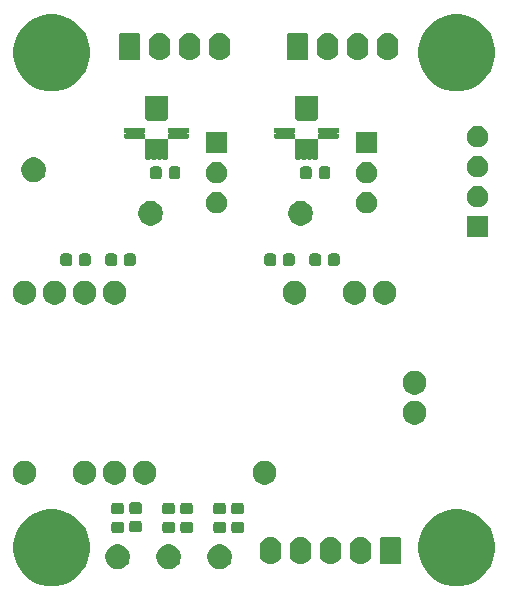
<source format=gbr>
G04 #@! TF.GenerationSoftware,KiCad,Pcbnew,(5.1.6)-1*
G04 #@! TF.CreationDate,2020-07-11T11:36:55-07:00*
G04 #@! TF.ProjectId,stepper_analyzer,73746570-7065-4725-9f61-6e616c797a65,rev?*
G04 #@! TF.SameCoordinates,Original*
G04 #@! TF.FileFunction,Soldermask,Top*
G04 #@! TF.FilePolarity,Negative*
%FSLAX46Y46*%
G04 Gerber Fmt 4.6, Leading zero omitted, Abs format (unit mm)*
G04 Created by KiCad (PCBNEW (5.1.6)-1) date 2020-07-11 11:36:55*
%MOMM*%
%LPD*%
G01*
G04 APERTURE LIST*
%ADD10C,0.100000*%
G04 APERTURE END LIST*
D10*
G36*
X150808224Y-103554127D02*
G01*
X151399832Y-103799178D01*
X151932266Y-104154940D01*
X152385060Y-104607734D01*
X152740822Y-105140168D01*
X152985873Y-105731776D01*
X153110800Y-106359824D01*
X153110800Y-107000176D01*
X152985873Y-107628224D01*
X152740822Y-108219832D01*
X152385060Y-108752266D01*
X151932266Y-109205060D01*
X151399832Y-109560822D01*
X150808224Y-109805873D01*
X150180176Y-109930800D01*
X149539824Y-109930800D01*
X148911776Y-109805873D01*
X148320168Y-109560822D01*
X147787734Y-109205060D01*
X147334940Y-108752266D01*
X146979178Y-108219832D01*
X146734127Y-107628224D01*
X146609200Y-107000176D01*
X146609200Y-106359824D01*
X146734127Y-105731776D01*
X146979178Y-105140168D01*
X147334940Y-104607734D01*
X147787734Y-104154940D01*
X148320168Y-103799178D01*
X148911776Y-103554127D01*
X149539824Y-103429200D01*
X150180176Y-103429200D01*
X150808224Y-103554127D01*
G37*
G36*
X116518224Y-103554127D02*
G01*
X117109832Y-103799178D01*
X117642266Y-104154940D01*
X118095060Y-104607734D01*
X118450822Y-105140168D01*
X118695873Y-105731776D01*
X118820800Y-106359824D01*
X118820800Y-107000176D01*
X118695873Y-107628224D01*
X118450822Y-108219832D01*
X118095060Y-108752266D01*
X117642266Y-109205060D01*
X117109832Y-109560822D01*
X116518224Y-109805873D01*
X115890176Y-109930800D01*
X115249824Y-109930800D01*
X114621776Y-109805873D01*
X114030168Y-109560822D01*
X113497734Y-109205060D01*
X113044940Y-108752266D01*
X112689178Y-108219832D01*
X112444127Y-107628224D01*
X112319200Y-107000176D01*
X112319200Y-106359824D01*
X112444127Y-105731776D01*
X112689178Y-105140168D01*
X113044940Y-104607734D01*
X113497734Y-104154940D01*
X114030168Y-103799178D01*
X114621776Y-103554127D01*
X115249824Y-103429200D01*
X115890176Y-103429200D01*
X116518224Y-103554127D01*
G37*
G36*
X130100508Y-106431582D02*
G01*
X130291741Y-106510793D01*
X130463847Y-106625791D01*
X130610209Y-106772153D01*
X130725207Y-106944259D01*
X130804418Y-107135492D01*
X130844800Y-107338505D01*
X130844800Y-107545495D01*
X130804418Y-107748508D01*
X130725207Y-107939741D01*
X130610209Y-108111847D01*
X130463847Y-108258209D01*
X130291741Y-108373207D01*
X130100508Y-108452418D01*
X129897495Y-108492800D01*
X129690505Y-108492800D01*
X129487492Y-108452418D01*
X129296259Y-108373207D01*
X129124153Y-108258209D01*
X128977791Y-108111847D01*
X128862793Y-107939741D01*
X128783582Y-107748508D01*
X128743200Y-107545495D01*
X128743200Y-107338505D01*
X128783582Y-107135492D01*
X128862793Y-106944259D01*
X128977791Y-106772153D01*
X129124153Y-106625791D01*
X129296259Y-106510793D01*
X129487492Y-106431582D01*
X129690505Y-106391200D01*
X129897495Y-106391200D01*
X130100508Y-106431582D01*
G37*
G36*
X121464508Y-106431582D02*
G01*
X121655741Y-106510793D01*
X121827847Y-106625791D01*
X121974209Y-106772153D01*
X122089207Y-106944259D01*
X122168418Y-107135492D01*
X122208800Y-107338505D01*
X122208800Y-107545495D01*
X122168418Y-107748508D01*
X122089207Y-107939741D01*
X121974209Y-108111847D01*
X121827847Y-108258209D01*
X121655741Y-108373207D01*
X121464508Y-108452418D01*
X121261495Y-108492800D01*
X121054505Y-108492800D01*
X120851492Y-108452418D01*
X120660259Y-108373207D01*
X120488153Y-108258209D01*
X120341791Y-108111847D01*
X120226793Y-107939741D01*
X120147582Y-107748508D01*
X120107200Y-107545495D01*
X120107200Y-107338505D01*
X120147582Y-107135492D01*
X120226793Y-106944259D01*
X120341791Y-106772153D01*
X120488153Y-106625791D01*
X120660259Y-106510793D01*
X120851492Y-106431582D01*
X121054505Y-106391200D01*
X121261495Y-106391200D01*
X121464508Y-106431582D01*
G37*
G36*
X125782508Y-106431582D02*
G01*
X125973741Y-106510793D01*
X126145847Y-106625791D01*
X126292209Y-106772153D01*
X126407207Y-106944259D01*
X126486418Y-107135492D01*
X126526800Y-107338505D01*
X126526800Y-107545495D01*
X126486418Y-107748508D01*
X126407207Y-107939741D01*
X126292209Y-108111847D01*
X126145847Y-108258209D01*
X125973741Y-108373207D01*
X125782508Y-108452418D01*
X125579495Y-108492800D01*
X125372505Y-108492800D01*
X125169492Y-108452418D01*
X124978259Y-108373207D01*
X124806153Y-108258209D01*
X124659791Y-108111847D01*
X124544793Y-107939741D01*
X124465582Y-107748508D01*
X124425200Y-107545495D01*
X124425200Y-107338505D01*
X124465582Y-107135492D01*
X124544793Y-106944259D01*
X124659791Y-106772153D01*
X124806153Y-106625791D01*
X124978259Y-106510793D01*
X125169492Y-106431582D01*
X125372505Y-106391200D01*
X125579495Y-106391200D01*
X125782508Y-106431582D01*
G37*
G36*
X134292505Y-105801522D02*
G01*
X134466079Y-105854175D01*
X134626045Y-105939679D01*
X134766254Y-106054746D01*
X134881321Y-106194955D01*
X134966825Y-106354921D01*
X135019478Y-106528496D01*
X135032800Y-106663761D01*
X135032800Y-107204240D01*
X135019478Y-107339505D01*
X134966825Y-107513079D01*
X134881321Y-107673045D01*
X134766254Y-107813254D01*
X134626043Y-107928322D01*
X134466080Y-108013824D01*
X134292504Y-108066478D01*
X134112000Y-108084256D01*
X133931495Y-108066478D01*
X133757921Y-108013825D01*
X133597955Y-107928321D01*
X133457746Y-107813254D01*
X133342678Y-107673043D01*
X133257176Y-107513080D01*
X133204522Y-107339504D01*
X133191200Y-107204239D01*
X133191200Y-106663760D01*
X133204522Y-106528495D01*
X133257175Y-106354921D01*
X133342680Y-106194955D01*
X133457747Y-106054746D01*
X133597956Y-105939679D01*
X133757922Y-105854175D01*
X133931496Y-105801522D01*
X134112000Y-105783744D01*
X134292505Y-105801522D01*
G37*
G36*
X136832505Y-105801522D02*
G01*
X137006079Y-105854175D01*
X137166045Y-105939679D01*
X137306254Y-106054746D01*
X137421321Y-106194955D01*
X137506825Y-106354921D01*
X137559478Y-106528496D01*
X137572800Y-106663761D01*
X137572800Y-107204240D01*
X137559478Y-107339505D01*
X137506825Y-107513079D01*
X137421321Y-107673045D01*
X137306254Y-107813254D01*
X137166043Y-107928322D01*
X137006080Y-108013824D01*
X136832504Y-108066478D01*
X136652000Y-108084256D01*
X136471495Y-108066478D01*
X136297921Y-108013825D01*
X136137955Y-107928321D01*
X135997746Y-107813254D01*
X135882678Y-107673043D01*
X135797176Y-107513080D01*
X135744522Y-107339504D01*
X135731200Y-107204239D01*
X135731200Y-106663760D01*
X135744522Y-106528495D01*
X135797175Y-106354921D01*
X135882680Y-106194955D01*
X135997747Y-106054746D01*
X136137956Y-105939679D01*
X136297922Y-105854175D01*
X136471496Y-105801522D01*
X136652000Y-105783744D01*
X136832505Y-105801522D01*
G37*
G36*
X139372505Y-105801522D02*
G01*
X139546079Y-105854175D01*
X139706045Y-105939679D01*
X139846254Y-106054746D01*
X139961321Y-106194955D01*
X140046825Y-106354921D01*
X140099478Y-106528496D01*
X140112800Y-106663761D01*
X140112800Y-107204240D01*
X140099478Y-107339505D01*
X140046825Y-107513079D01*
X139961321Y-107673045D01*
X139846254Y-107813254D01*
X139706043Y-107928322D01*
X139546080Y-108013824D01*
X139372504Y-108066478D01*
X139192000Y-108084256D01*
X139011495Y-108066478D01*
X138837921Y-108013825D01*
X138677955Y-107928321D01*
X138537746Y-107813254D01*
X138422678Y-107673043D01*
X138337176Y-107513080D01*
X138284522Y-107339504D01*
X138271200Y-107204239D01*
X138271200Y-106663760D01*
X138284522Y-106528495D01*
X138337175Y-106354921D01*
X138422680Y-106194955D01*
X138537747Y-106054746D01*
X138677956Y-105939679D01*
X138837922Y-105854175D01*
X139011496Y-105801522D01*
X139192000Y-105783744D01*
X139372505Y-105801522D01*
G37*
G36*
X141912505Y-105801522D02*
G01*
X142086079Y-105854175D01*
X142246045Y-105939679D01*
X142386254Y-106054746D01*
X142501321Y-106194955D01*
X142586825Y-106354921D01*
X142639478Y-106528496D01*
X142652800Y-106663761D01*
X142652800Y-107204240D01*
X142639478Y-107339505D01*
X142586825Y-107513079D01*
X142501321Y-107673045D01*
X142386254Y-107813254D01*
X142246043Y-107928322D01*
X142086080Y-108013824D01*
X141912504Y-108066478D01*
X141732000Y-108084256D01*
X141551495Y-108066478D01*
X141377921Y-108013825D01*
X141217955Y-107928321D01*
X141077746Y-107813254D01*
X140962678Y-107673043D01*
X140877176Y-107513080D01*
X140824522Y-107339504D01*
X140811200Y-107204239D01*
X140811200Y-106663760D01*
X140824522Y-106528495D01*
X140877175Y-106354921D01*
X140962680Y-106194955D01*
X141077747Y-106054746D01*
X141217956Y-105939679D01*
X141377922Y-105854175D01*
X141551496Y-105801522D01*
X141732000Y-105783744D01*
X141912505Y-105801522D01*
G37*
G36*
X145008912Y-105792829D02*
G01*
X145051717Y-105805814D01*
X145091158Y-105826896D01*
X145125731Y-105855269D01*
X145154104Y-105889842D01*
X145175186Y-105929283D01*
X145188171Y-105972088D01*
X145192800Y-106019088D01*
X145192800Y-107848912D01*
X145188171Y-107895912D01*
X145175186Y-107938717D01*
X145154104Y-107978158D01*
X145125731Y-108012731D01*
X145091158Y-108041104D01*
X145051717Y-108062186D01*
X145008912Y-108075171D01*
X144961912Y-108079800D01*
X143582088Y-108079800D01*
X143535088Y-108075171D01*
X143492283Y-108062186D01*
X143452842Y-108041104D01*
X143418269Y-108012731D01*
X143389896Y-107978158D01*
X143368814Y-107938717D01*
X143355829Y-107895912D01*
X143351200Y-107848912D01*
X143351200Y-106019088D01*
X143355829Y-105972088D01*
X143368814Y-105929283D01*
X143389896Y-105889842D01*
X143418269Y-105855269D01*
X143452842Y-105826896D01*
X143492283Y-105805814D01*
X143535088Y-105792829D01*
X143582088Y-105788200D01*
X144961912Y-105788200D01*
X145008912Y-105792829D01*
G37*
G36*
X121507674Y-104469143D02*
G01*
X121548667Y-104481578D01*
X121586448Y-104501773D01*
X121619556Y-104528944D01*
X121646727Y-104562052D01*
X121666922Y-104599833D01*
X121679357Y-104640826D01*
X121683800Y-104685941D01*
X121683800Y-105220059D01*
X121679357Y-105265174D01*
X121666922Y-105306167D01*
X121646727Y-105343948D01*
X121619556Y-105377056D01*
X121586448Y-105404227D01*
X121548667Y-105424422D01*
X121507674Y-105436857D01*
X121462559Y-105441300D01*
X120853441Y-105441300D01*
X120808326Y-105436857D01*
X120767333Y-105424422D01*
X120729552Y-105404227D01*
X120696444Y-105377056D01*
X120669273Y-105343948D01*
X120649078Y-105306167D01*
X120636643Y-105265174D01*
X120632200Y-105220059D01*
X120632200Y-104685941D01*
X120636643Y-104640826D01*
X120649078Y-104599833D01*
X120669273Y-104562052D01*
X120696444Y-104528944D01*
X120729552Y-104501773D01*
X120767333Y-104481578D01*
X120808326Y-104469143D01*
X120853441Y-104464700D01*
X121462559Y-104464700D01*
X121507674Y-104469143D01*
G37*
G36*
X131667674Y-104469143D02*
G01*
X131708667Y-104481578D01*
X131746448Y-104501773D01*
X131779556Y-104528944D01*
X131806727Y-104562052D01*
X131826922Y-104599833D01*
X131839357Y-104640826D01*
X131843800Y-104685941D01*
X131843800Y-105220059D01*
X131839357Y-105265174D01*
X131826922Y-105306167D01*
X131806727Y-105343948D01*
X131779556Y-105377056D01*
X131746448Y-105404227D01*
X131708667Y-105424422D01*
X131667674Y-105436857D01*
X131622559Y-105441300D01*
X131013441Y-105441300D01*
X130968326Y-105436857D01*
X130927333Y-105424422D01*
X130889552Y-105404227D01*
X130856444Y-105377056D01*
X130829273Y-105343948D01*
X130809078Y-105306167D01*
X130796643Y-105265174D01*
X130792200Y-105220059D01*
X130792200Y-104685941D01*
X130796643Y-104640826D01*
X130809078Y-104599833D01*
X130829273Y-104562052D01*
X130856444Y-104528944D01*
X130889552Y-104501773D01*
X130927333Y-104481578D01*
X130968326Y-104469143D01*
X131013441Y-104464700D01*
X131622559Y-104464700D01*
X131667674Y-104469143D01*
G37*
G36*
X125825674Y-104469143D02*
G01*
X125866667Y-104481578D01*
X125904448Y-104501773D01*
X125937556Y-104528944D01*
X125964727Y-104562052D01*
X125984922Y-104599833D01*
X125997357Y-104640826D01*
X126001800Y-104685941D01*
X126001800Y-105220059D01*
X125997357Y-105265174D01*
X125984922Y-105306167D01*
X125964727Y-105343948D01*
X125937556Y-105377056D01*
X125904448Y-105404227D01*
X125866667Y-105424422D01*
X125825674Y-105436857D01*
X125780559Y-105441300D01*
X125171441Y-105441300D01*
X125126326Y-105436857D01*
X125085333Y-105424422D01*
X125047552Y-105404227D01*
X125014444Y-105377056D01*
X124987273Y-105343948D01*
X124967078Y-105306167D01*
X124954643Y-105265174D01*
X124950200Y-105220059D01*
X124950200Y-104685941D01*
X124954643Y-104640826D01*
X124967078Y-104599833D01*
X124987273Y-104562052D01*
X125014444Y-104528944D01*
X125047552Y-104501773D01*
X125085333Y-104481578D01*
X125126326Y-104469143D01*
X125171441Y-104464700D01*
X125780559Y-104464700D01*
X125825674Y-104469143D01*
G37*
G36*
X130143674Y-104469143D02*
G01*
X130184667Y-104481578D01*
X130222448Y-104501773D01*
X130255556Y-104528944D01*
X130282727Y-104562052D01*
X130302922Y-104599833D01*
X130315357Y-104640826D01*
X130319800Y-104685941D01*
X130319800Y-105220059D01*
X130315357Y-105265174D01*
X130302922Y-105306167D01*
X130282727Y-105343948D01*
X130255556Y-105377056D01*
X130222448Y-105404227D01*
X130184667Y-105424422D01*
X130143674Y-105436857D01*
X130098559Y-105441300D01*
X129489441Y-105441300D01*
X129444326Y-105436857D01*
X129403333Y-105424422D01*
X129365552Y-105404227D01*
X129332444Y-105377056D01*
X129305273Y-105343948D01*
X129285078Y-105306167D01*
X129272643Y-105265174D01*
X129268200Y-105220059D01*
X129268200Y-104685941D01*
X129272643Y-104640826D01*
X129285078Y-104599833D01*
X129305273Y-104562052D01*
X129332444Y-104528944D01*
X129365552Y-104501773D01*
X129403333Y-104481578D01*
X129444326Y-104469143D01*
X129489441Y-104464700D01*
X130098559Y-104464700D01*
X130143674Y-104469143D01*
G37*
G36*
X127349674Y-104469143D02*
G01*
X127390667Y-104481578D01*
X127428448Y-104501773D01*
X127461556Y-104528944D01*
X127488727Y-104562052D01*
X127508922Y-104599833D01*
X127521357Y-104640826D01*
X127525800Y-104685941D01*
X127525800Y-105220059D01*
X127521357Y-105265174D01*
X127508922Y-105306167D01*
X127488727Y-105343948D01*
X127461556Y-105377056D01*
X127428448Y-105404227D01*
X127390667Y-105424422D01*
X127349674Y-105436857D01*
X127304559Y-105441300D01*
X126695441Y-105441300D01*
X126650326Y-105436857D01*
X126609333Y-105424422D01*
X126571552Y-105404227D01*
X126538444Y-105377056D01*
X126511273Y-105343948D01*
X126491078Y-105306167D01*
X126478643Y-105265174D01*
X126474200Y-105220059D01*
X126474200Y-104685941D01*
X126478643Y-104640826D01*
X126491078Y-104599833D01*
X126511273Y-104562052D01*
X126538444Y-104528944D01*
X126571552Y-104501773D01*
X126609333Y-104481578D01*
X126650326Y-104469143D01*
X126695441Y-104464700D01*
X127304559Y-104464700D01*
X127349674Y-104469143D01*
G37*
G36*
X123031674Y-104418143D02*
G01*
X123072667Y-104430578D01*
X123110448Y-104450773D01*
X123143556Y-104477944D01*
X123170727Y-104511052D01*
X123190922Y-104548833D01*
X123203357Y-104589826D01*
X123207800Y-104634941D01*
X123207800Y-105169059D01*
X123203357Y-105214174D01*
X123190922Y-105255167D01*
X123170727Y-105292948D01*
X123143556Y-105326056D01*
X123110448Y-105353227D01*
X123072667Y-105373422D01*
X123031674Y-105385857D01*
X122986559Y-105390300D01*
X122377441Y-105390300D01*
X122332326Y-105385857D01*
X122291333Y-105373422D01*
X122253552Y-105353227D01*
X122220444Y-105326056D01*
X122193273Y-105292948D01*
X122173078Y-105255167D01*
X122160643Y-105214174D01*
X122156200Y-105169059D01*
X122156200Y-104634941D01*
X122160643Y-104589826D01*
X122173078Y-104548833D01*
X122193273Y-104511052D01*
X122220444Y-104477944D01*
X122253552Y-104450773D01*
X122291333Y-104430578D01*
X122332326Y-104418143D01*
X122377441Y-104413700D01*
X122986559Y-104413700D01*
X123031674Y-104418143D01*
G37*
G36*
X125825674Y-102894143D02*
G01*
X125866667Y-102906578D01*
X125904448Y-102926773D01*
X125937556Y-102953944D01*
X125964727Y-102987052D01*
X125984922Y-103024833D01*
X125997357Y-103065826D01*
X126001800Y-103110941D01*
X126001800Y-103645059D01*
X125997357Y-103690174D01*
X125984922Y-103731167D01*
X125964727Y-103768948D01*
X125937556Y-103802056D01*
X125904448Y-103829227D01*
X125866667Y-103849422D01*
X125825674Y-103861857D01*
X125780559Y-103866300D01*
X125171441Y-103866300D01*
X125126326Y-103861857D01*
X125085333Y-103849422D01*
X125047552Y-103829227D01*
X125014444Y-103802056D01*
X124987273Y-103768948D01*
X124967078Y-103731167D01*
X124954643Y-103690174D01*
X124950200Y-103645059D01*
X124950200Y-103110941D01*
X124954643Y-103065826D01*
X124967078Y-103024833D01*
X124987273Y-102987052D01*
X125014444Y-102953944D01*
X125047552Y-102926773D01*
X125085333Y-102906578D01*
X125126326Y-102894143D01*
X125171441Y-102889700D01*
X125780559Y-102889700D01*
X125825674Y-102894143D01*
G37*
G36*
X121507674Y-102894143D02*
G01*
X121548667Y-102906578D01*
X121586448Y-102926773D01*
X121619556Y-102953944D01*
X121646727Y-102987052D01*
X121666922Y-103024833D01*
X121679357Y-103065826D01*
X121683800Y-103110941D01*
X121683800Y-103645059D01*
X121679357Y-103690174D01*
X121666922Y-103731167D01*
X121646727Y-103768948D01*
X121619556Y-103802056D01*
X121586448Y-103829227D01*
X121548667Y-103849422D01*
X121507674Y-103861857D01*
X121462559Y-103866300D01*
X120853441Y-103866300D01*
X120808326Y-103861857D01*
X120767333Y-103849422D01*
X120729552Y-103829227D01*
X120696444Y-103802056D01*
X120669273Y-103768948D01*
X120649078Y-103731167D01*
X120636643Y-103690174D01*
X120632200Y-103645059D01*
X120632200Y-103110941D01*
X120636643Y-103065826D01*
X120649078Y-103024833D01*
X120669273Y-102987052D01*
X120696444Y-102953944D01*
X120729552Y-102926773D01*
X120767333Y-102906578D01*
X120808326Y-102894143D01*
X120853441Y-102889700D01*
X121462559Y-102889700D01*
X121507674Y-102894143D01*
G37*
G36*
X130143674Y-102894143D02*
G01*
X130184667Y-102906578D01*
X130222448Y-102926773D01*
X130255556Y-102953944D01*
X130282727Y-102987052D01*
X130302922Y-103024833D01*
X130315357Y-103065826D01*
X130319800Y-103110941D01*
X130319800Y-103645059D01*
X130315357Y-103690174D01*
X130302922Y-103731167D01*
X130282727Y-103768948D01*
X130255556Y-103802056D01*
X130222448Y-103829227D01*
X130184667Y-103849422D01*
X130143674Y-103861857D01*
X130098559Y-103866300D01*
X129489441Y-103866300D01*
X129444326Y-103861857D01*
X129403333Y-103849422D01*
X129365552Y-103829227D01*
X129332444Y-103802056D01*
X129305273Y-103768948D01*
X129285078Y-103731167D01*
X129272643Y-103690174D01*
X129268200Y-103645059D01*
X129268200Y-103110941D01*
X129272643Y-103065826D01*
X129285078Y-103024833D01*
X129305273Y-102987052D01*
X129332444Y-102953944D01*
X129365552Y-102926773D01*
X129403333Y-102906578D01*
X129444326Y-102894143D01*
X129489441Y-102889700D01*
X130098559Y-102889700D01*
X130143674Y-102894143D01*
G37*
G36*
X127349674Y-102894143D02*
G01*
X127390667Y-102906578D01*
X127428448Y-102926773D01*
X127461556Y-102953944D01*
X127488727Y-102987052D01*
X127508922Y-103024833D01*
X127521357Y-103065826D01*
X127525800Y-103110941D01*
X127525800Y-103645059D01*
X127521357Y-103690174D01*
X127508922Y-103731167D01*
X127488727Y-103768948D01*
X127461556Y-103802056D01*
X127428448Y-103829227D01*
X127390667Y-103849422D01*
X127349674Y-103861857D01*
X127304559Y-103866300D01*
X126695441Y-103866300D01*
X126650326Y-103861857D01*
X126609333Y-103849422D01*
X126571552Y-103829227D01*
X126538444Y-103802056D01*
X126511273Y-103768948D01*
X126491078Y-103731167D01*
X126478643Y-103690174D01*
X126474200Y-103645059D01*
X126474200Y-103110941D01*
X126478643Y-103065826D01*
X126491078Y-103024833D01*
X126511273Y-102987052D01*
X126538444Y-102953944D01*
X126571552Y-102926773D01*
X126609333Y-102906578D01*
X126650326Y-102894143D01*
X126695441Y-102889700D01*
X127304559Y-102889700D01*
X127349674Y-102894143D01*
G37*
G36*
X131667674Y-102894143D02*
G01*
X131708667Y-102906578D01*
X131746448Y-102926773D01*
X131779556Y-102953944D01*
X131806727Y-102987052D01*
X131826922Y-103024833D01*
X131839357Y-103065826D01*
X131843800Y-103110941D01*
X131843800Y-103645059D01*
X131839357Y-103690174D01*
X131826922Y-103731167D01*
X131806727Y-103768948D01*
X131779556Y-103802056D01*
X131746448Y-103829227D01*
X131708667Y-103849422D01*
X131667674Y-103861857D01*
X131622559Y-103866300D01*
X131013441Y-103866300D01*
X130968326Y-103861857D01*
X130927333Y-103849422D01*
X130889552Y-103829227D01*
X130856444Y-103802056D01*
X130829273Y-103768948D01*
X130809078Y-103731167D01*
X130796643Y-103690174D01*
X130792200Y-103645059D01*
X130792200Y-103110941D01*
X130796643Y-103065826D01*
X130809078Y-103024833D01*
X130829273Y-102987052D01*
X130856444Y-102953944D01*
X130889552Y-102926773D01*
X130927333Y-102906578D01*
X130968326Y-102894143D01*
X131013441Y-102889700D01*
X131622559Y-102889700D01*
X131667674Y-102894143D01*
G37*
G36*
X123031674Y-102843143D02*
G01*
X123072667Y-102855578D01*
X123110448Y-102875773D01*
X123143556Y-102902944D01*
X123170727Y-102936052D01*
X123190922Y-102973833D01*
X123203357Y-103014826D01*
X123207800Y-103059941D01*
X123207800Y-103594059D01*
X123203357Y-103639174D01*
X123190922Y-103680167D01*
X123170727Y-103717948D01*
X123143556Y-103751056D01*
X123110448Y-103778227D01*
X123072667Y-103798422D01*
X123031674Y-103810857D01*
X122986559Y-103815300D01*
X122377441Y-103815300D01*
X122332326Y-103810857D01*
X122291333Y-103798422D01*
X122253552Y-103778227D01*
X122220444Y-103751056D01*
X122193273Y-103717948D01*
X122173078Y-103680167D01*
X122160643Y-103639174D01*
X122156200Y-103594059D01*
X122156200Y-103059941D01*
X122160643Y-103014826D01*
X122173078Y-102973833D01*
X122193273Y-102936052D01*
X122220444Y-102902944D01*
X122253552Y-102875773D01*
X122291333Y-102855578D01*
X122332326Y-102843143D01*
X122377441Y-102838700D01*
X122986559Y-102838700D01*
X123031674Y-102843143D01*
G37*
G36*
X123736652Y-99365256D02*
G01*
X123919241Y-99440887D01*
X124083567Y-99550686D01*
X124223314Y-99690433D01*
X124333113Y-99854759D01*
X124408744Y-100037348D01*
X124447300Y-100231184D01*
X124447300Y-100428816D01*
X124408744Y-100622652D01*
X124333113Y-100805241D01*
X124223314Y-100969567D01*
X124083567Y-101109314D01*
X123919241Y-101219113D01*
X123736652Y-101294744D01*
X123542816Y-101333300D01*
X123345184Y-101333300D01*
X123151348Y-101294744D01*
X122968759Y-101219113D01*
X122804433Y-101109314D01*
X122664686Y-100969567D01*
X122554887Y-100805241D01*
X122479256Y-100622652D01*
X122440700Y-100428816D01*
X122440700Y-100231184D01*
X122479256Y-100037348D01*
X122554887Y-99854759D01*
X122664686Y-99690433D01*
X122804433Y-99550686D01*
X122968759Y-99440887D01*
X123151348Y-99365256D01*
X123345184Y-99326700D01*
X123542816Y-99326700D01*
X123736652Y-99365256D01*
G37*
G36*
X113576652Y-99365256D02*
G01*
X113759241Y-99440887D01*
X113923567Y-99550686D01*
X114063314Y-99690433D01*
X114173113Y-99854759D01*
X114248744Y-100037348D01*
X114287300Y-100231184D01*
X114287300Y-100428816D01*
X114248744Y-100622652D01*
X114173113Y-100805241D01*
X114063314Y-100969567D01*
X113923567Y-101109314D01*
X113759241Y-101219113D01*
X113576652Y-101294744D01*
X113382816Y-101333300D01*
X113185184Y-101333300D01*
X112991348Y-101294744D01*
X112808759Y-101219113D01*
X112644433Y-101109314D01*
X112504686Y-100969567D01*
X112394887Y-100805241D01*
X112319256Y-100622652D01*
X112280700Y-100428816D01*
X112280700Y-100231184D01*
X112319256Y-100037348D01*
X112394887Y-99854759D01*
X112504686Y-99690433D01*
X112644433Y-99550686D01*
X112808759Y-99440887D01*
X112991348Y-99365256D01*
X113185184Y-99326700D01*
X113382816Y-99326700D01*
X113576652Y-99365256D01*
G37*
G36*
X133896652Y-99365256D02*
G01*
X134079241Y-99440887D01*
X134243567Y-99550686D01*
X134383314Y-99690433D01*
X134493113Y-99854759D01*
X134568744Y-100037348D01*
X134607300Y-100231184D01*
X134607300Y-100428816D01*
X134568744Y-100622652D01*
X134493113Y-100805241D01*
X134383314Y-100969567D01*
X134243567Y-101109314D01*
X134079241Y-101219113D01*
X133896652Y-101294744D01*
X133702816Y-101333300D01*
X133505184Y-101333300D01*
X133311348Y-101294744D01*
X133128759Y-101219113D01*
X132964433Y-101109314D01*
X132824686Y-100969567D01*
X132714887Y-100805241D01*
X132639256Y-100622652D01*
X132600700Y-100428816D01*
X132600700Y-100231184D01*
X132639256Y-100037348D01*
X132714887Y-99854759D01*
X132824686Y-99690433D01*
X132964433Y-99550686D01*
X133128759Y-99440887D01*
X133311348Y-99365256D01*
X133505184Y-99326700D01*
X133702816Y-99326700D01*
X133896652Y-99365256D01*
G37*
G36*
X118656652Y-99365256D02*
G01*
X118839241Y-99440887D01*
X119003567Y-99550686D01*
X119143314Y-99690433D01*
X119253113Y-99854759D01*
X119328744Y-100037348D01*
X119367300Y-100231184D01*
X119367300Y-100428816D01*
X119328744Y-100622652D01*
X119253113Y-100805241D01*
X119143314Y-100969567D01*
X119003567Y-101109314D01*
X118839241Y-101219113D01*
X118656652Y-101294744D01*
X118462816Y-101333300D01*
X118265184Y-101333300D01*
X118071348Y-101294744D01*
X117888759Y-101219113D01*
X117724433Y-101109314D01*
X117584686Y-100969567D01*
X117474887Y-100805241D01*
X117399256Y-100622652D01*
X117360700Y-100428816D01*
X117360700Y-100231184D01*
X117399256Y-100037348D01*
X117474887Y-99854759D01*
X117584686Y-99690433D01*
X117724433Y-99550686D01*
X117888759Y-99440887D01*
X118071348Y-99365256D01*
X118265184Y-99326700D01*
X118462816Y-99326700D01*
X118656652Y-99365256D01*
G37*
G36*
X121196652Y-99365256D02*
G01*
X121379241Y-99440887D01*
X121543567Y-99550686D01*
X121683314Y-99690433D01*
X121793113Y-99854759D01*
X121868744Y-100037348D01*
X121907300Y-100231184D01*
X121907300Y-100428816D01*
X121868744Y-100622652D01*
X121793113Y-100805241D01*
X121683314Y-100969567D01*
X121543567Y-101109314D01*
X121379241Y-101219113D01*
X121196652Y-101294744D01*
X121002816Y-101333300D01*
X120805184Y-101333300D01*
X120611348Y-101294744D01*
X120428759Y-101219113D01*
X120264433Y-101109314D01*
X120124686Y-100969567D01*
X120014887Y-100805241D01*
X119939256Y-100622652D01*
X119900700Y-100428816D01*
X119900700Y-100231184D01*
X119939256Y-100037348D01*
X120014887Y-99854759D01*
X120124686Y-99690433D01*
X120264433Y-99550686D01*
X120428759Y-99440887D01*
X120611348Y-99365256D01*
X120805184Y-99326700D01*
X121002816Y-99326700D01*
X121196652Y-99365256D01*
G37*
G36*
X146596652Y-94285256D02*
G01*
X146779241Y-94360887D01*
X146943567Y-94470686D01*
X147083314Y-94610433D01*
X147193113Y-94774759D01*
X147268744Y-94957348D01*
X147307300Y-95151184D01*
X147307300Y-95348816D01*
X147268744Y-95542652D01*
X147193113Y-95725241D01*
X147083314Y-95889567D01*
X146943567Y-96029314D01*
X146779241Y-96139113D01*
X146596652Y-96214744D01*
X146402816Y-96253300D01*
X146205184Y-96253300D01*
X146011348Y-96214744D01*
X145828759Y-96139113D01*
X145664433Y-96029314D01*
X145524686Y-95889567D01*
X145414887Y-95725241D01*
X145339256Y-95542652D01*
X145300700Y-95348816D01*
X145300700Y-95151184D01*
X145339256Y-94957348D01*
X145414887Y-94774759D01*
X145524686Y-94610433D01*
X145664433Y-94470686D01*
X145828759Y-94360887D01*
X146011348Y-94285256D01*
X146205184Y-94246700D01*
X146402816Y-94246700D01*
X146596652Y-94285256D01*
G37*
G36*
X146596652Y-91745256D02*
G01*
X146779241Y-91820887D01*
X146943567Y-91930686D01*
X147083314Y-92070433D01*
X147193113Y-92234759D01*
X147268744Y-92417348D01*
X147307300Y-92611184D01*
X147307300Y-92808816D01*
X147268744Y-93002652D01*
X147193113Y-93185241D01*
X147083314Y-93349567D01*
X146943567Y-93489314D01*
X146779241Y-93599113D01*
X146596652Y-93674744D01*
X146402816Y-93713300D01*
X146205184Y-93713300D01*
X146011348Y-93674744D01*
X145828759Y-93599113D01*
X145664433Y-93489314D01*
X145524686Y-93349567D01*
X145414887Y-93185241D01*
X145339256Y-93002652D01*
X145300700Y-92808816D01*
X145300700Y-92611184D01*
X145339256Y-92417348D01*
X145414887Y-92234759D01*
X145524686Y-92070433D01*
X145664433Y-91930686D01*
X145828759Y-91820887D01*
X146011348Y-91745256D01*
X146205184Y-91706700D01*
X146402816Y-91706700D01*
X146596652Y-91745256D01*
G37*
G36*
X144056652Y-84125256D02*
G01*
X144239241Y-84200887D01*
X144403567Y-84310686D01*
X144543314Y-84450433D01*
X144653113Y-84614759D01*
X144728744Y-84797348D01*
X144767300Y-84991184D01*
X144767300Y-85188816D01*
X144728744Y-85382652D01*
X144653113Y-85565241D01*
X144543314Y-85729567D01*
X144403567Y-85869314D01*
X144239241Y-85979113D01*
X144056652Y-86054744D01*
X143862816Y-86093300D01*
X143665184Y-86093300D01*
X143471348Y-86054744D01*
X143288759Y-85979113D01*
X143124433Y-85869314D01*
X142984686Y-85729567D01*
X142874887Y-85565241D01*
X142799256Y-85382652D01*
X142760700Y-85188816D01*
X142760700Y-84991184D01*
X142799256Y-84797348D01*
X142874887Y-84614759D01*
X142984686Y-84450433D01*
X143124433Y-84310686D01*
X143288759Y-84200887D01*
X143471348Y-84125256D01*
X143665184Y-84086700D01*
X143862816Y-84086700D01*
X144056652Y-84125256D01*
G37*
G36*
X141516652Y-84125256D02*
G01*
X141699241Y-84200887D01*
X141863567Y-84310686D01*
X142003314Y-84450433D01*
X142113113Y-84614759D01*
X142188744Y-84797348D01*
X142227300Y-84991184D01*
X142227300Y-85188816D01*
X142188744Y-85382652D01*
X142113113Y-85565241D01*
X142003314Y-85729567D01*
X141863567Y-85869314D01*
X141699241Y-85979113D01*
X141516652Y-86054744D01*
X141322816Y-86093300D01*
X141125184Y-86093300D01*
X140931348Y-86054744D01*
X140748759Y-85979113D01*
X140584433Y-85869314D01*
X140444686Y-85729567D01*
X140334887Y-85565241D01*
X140259256Y-85382652D01*
X140220700Y-85188816D01*
X140220700Y-84991184D01*
X140259256Y-84797348D01*
X140334887Y-84614759D01*
X140444686Y-84450433D01*
X140584433Y-84310686D01*
X140748759Y-84200887D01*
X140931348Y-84125256D01*
X141125184Y-84086700D01*
X141322816Y-84086700D01*
X141516652Y-84125256D01*
G37*
G36*
X136436652Y-84125256D02*
G01*
X136619241Y-84200887D01*
X136783567Y-84310686D01*
X136923314Y-84450433D01*
X137033113Y-84614759D01*
X137108744Y-84797348D01*
X137147300Y-84991184D01*
X137147300Y-85188816D01*
X137108744Y-85382652D01*
X137033113Y-85565241D01*
X136923314Y-85729567D01*
X136783567Y-85869314D01*
X136619241Y-85979113D01*
X136436652Y-86054744D01*
X136242816Y-86093300D01*
X136045184Y-86093300D01*
X135851348Y-86054744D01*
X135668759Y-85979113D01*
X135504433Y-85869314D01*
X135364686Y-85729567D01*
X135254887Y-85565241D01*
X135179256Y-85382652D01*
X135140700Y-85188816D01*
X135140700Y-84991184D01*
X135179256Y-84797348D01*
X135254887Y-84614759D01*
X135364686Y-84450433D01*
X135504433Y-84310686D01*
X135668759Y-84200887D01*
X135851348Y-84125256D01*
X136045184Y-84086700D01*
X136242816Y-84086700D01*
X136436652Y-84125256D01*
G37*
G36*
X116116652Y-84125256D02*
G01*
X116299241Y-84200887D01*
X116463567Y-84310686D01*
X116603314Y-84450433D01*
X116713113Y-84614759D01*
X116788744Y-84797348D01*
X116827300Y-84991184D01*
X116827300Y-85188816D01*
X116788744Y-85382652D01*
X116713113Y-85565241D01*
X116603314Y-85729567D01*
X116463567Y-85869314D01*
X116299241Y-85979113D01*
X116116652Y-86054744D01*
X115922816Y-86093300D01*
X115725184Y-86093300D01*
X115531348Y-86054744D01*
X115348759Y-85979113D01*
X115184433Y-85869314D01*
X115044686Y-85729567D01*
X114934887Y-85565241D01*
X114859256Y-85382652D01*
X114820700Y-85188816D01*
X114820700Y-84991184D01*
X114859256Y-84797348D01*
X114934887Y-84614759D01*
X115044686Y-84450433D01*
X115184433Y-84310686D01*
X115348759Y-84200887D01*
X115531348Y-84125256D01*
X115725184Y-84086700D01*
X115922816Y-84086700D01*
X116116652Y-84125256D01*
G37*
G36*
X113576652Y-84125256D02*
G01*
X113759241Y-84200887D01*
X113923567Y-84310686D01*
X114063314Y-84450433D01*
X114173113Y-84614759D01*
X114248744Y-84797348D01*
X114287300Y-84991184D01*
X114287300Y-85188816D01*
X114248744Y-85382652D01*
X114173113Y-85565241D01*
X114063314Y-85729567D01*
X113923567Y-85869314D01*
X113759241Y-85979113D01*
X113576652Y-86054744D01*
X113382816Y-86093300D01*
X113185184Y-86093300D01*
X112991348Y-86054744D01*
X112808759Y-85979113D01*
X112644433Y-85869314D01*
X112504686Y-85729567D01*
X112394887Y-85565241D01*
X112319256Y-85382652D01*
X112280700Y-85188816D01*
X112280700Y-84991184D01*
X112319256Y-84797348D01*
X112394887Y-84614759D01*
X112504686Y-84450433D01*
X112644433Y-84310686D01*
X112808759Y-84200887D01*
X112991348Y-84125256D01*
X113185184Y-84086700D01*
X113382816Y-84086700D01*
X113576652Y-84125256D01*
G37*
G36*
X121196652Y-84125256D02*
G01*
X121379241Y-84200887D01*
X121543567Y-84310686D01*
X121683314Y-84450433D01*
X121793113Y-84614759D01*
X121868744Y-84797348D01*
X121907300Y-84991184D01*
X121907300Y-85188816D01*
X121868744Y-85382652D01*
X121793113Y-85565241D01*
X121683314Y-85729567D01*
X121543567Y-85869314D01*
X121379241Y-85979113D01*
X121196652Y-86054744D01*
X121002816Y-86093300D01*
X120805184Y-86093300D01*
X120611348Y-86054744D01*
X120428759Y-85979113D01*
X120264433Y-85869314D01*
X120124686Y-85729567D01*
X120014887Y-85565241D01*
X119939256Y-85382652D01*
X119900700Y-85188816D01*
X119900700Y-84991184D01*
X119939256Y-84797348D01*
X120014887Y-84614759D01*
X120124686Y-84450433D01*
X120264433Y-84310686D01*
X120428759Y-84200887D01*
X120611348Y-84125256D01*
X120805184Y-84086700D01*
X121002816Y-84086700D01*
X121196652Y-84125256D01*
G37*
G36*
X118656652Y-84125256D02*
G01*
X118839241Y-84200887D01*
X119003567Y-84310686D01*
X119143314Y-84450433D01*
X119253113Y-84614759D01*
X119328744Y-84797348D01*
X119367300Y-84991184D01*
X119367300Y-85188816D01*
X119328744Y-85382652D01*
X119253113Y-85565241D01*
X119143314Y-85729567D01*
X119003567Y-85869314D01*
X118839241Y-85979113D01*
X118656652Y-86054744D01*
X118462816Y-86093300D01*
X118265184Y-86093300D01*
X118071348Y-86054744D01*
X117888759Y-85979113D01*
X117724433Y-85869314D01*
X117584686Y-85729567D01*
X117474887Y-85565241D01*
X117399256Y-85382652D01*
X117360700Y-85188816D01*
X117360700Y-84991184D01*
X117399256Y-84797348D01*
X117474887Y-84614759D01*
X117584686Y-84450433D01*
X117724433Y-84310686D01*
X117888759Y-84200887D01*
X118071348Y-84125256D01*
X118265184Y-84086700D01*
X118462816Y-84086700D01*
X118656652Y-84125256D01*
G37*
G36*
X120936674Y-81774643D02*
G01*
X120977667Y-81787078D01*
X121015448Y-81807273D01*
X121048556Y-81834444D01*
X121075727Y-81867552D01*
X121095922Y-81905333D01*
X121108357Y-81946326D01*
X121112800Y-81991441D01*
X121112800Y-82600559D01*
X121108357Y-82645674D01*
X121095922Y-82686667D01*
X121075727Y-82724448D01*
X121048556Y-82757556D01*
X121015448Y-82784727D01*
X120977667Y-82804922D01*
X120936674Y-82817357D01*
X120891559Y-82821800D01*
X120357441Y-82821800D01*
X120312326Y-82817357D01*
X120271333Y-82804922D01*
X120233552Y-82784727D01*
X120200444Y-82757556D01*
X120173273Y-82724448D01*
X120153078Y-82686667D01*
X120140643Y-82645674D01*
X120136200Y-82600559D01*
X120136200Y-81991441D01*
X120140643Y-81946326D01*
X120153078Y-81905333D01*
X120173273Y-81867552D01*
X120200444Y-81834444D01*
X120233552Y-81807273D01*
X120271333Y-81787078D01*
X120312326Y-81774643D01*
X120357441Y-81770200D01*
X120891559Y-81770200D01*
X120936674Y-81774643D01*
G37*
G36*
X122511674Y-81774643D02*
G01*
X122552667Y-81787078D01*
X122590448Y-81807273D01*
X122623556Y-81834444D01*
X122650727Y-81867552D01*
X122670922Y-81905333D01*
X122683357Y-81946326D01*
X122687800Y-81991441D01*
X122687800Y-82600559D01*
X122683357Y-82645674D01*
X122670922Y-82686667D01*
X122650727Y-82724448D01*
X122623556Y-82757556D01*
X122590448Y-82784727D01*
X122552667Y-82804922D01*
X122511674Y-82817357D01*
X122466559Y-82821800D01*
X121932441Y-82821800D01*
X121887326Y-82817357D01*
X121846333Y-82804922D01*
X121808552Y-82784727D01*
X121775444Y-82757556D01*
X121748273Y-82724448D01*
X121728078Y-82686667D01*
X121715643Y-82645674D01*
X121711200Y-82600559D01*
X121711200Y-81991441D01*
X121715643Y-81946326D01*
X121728078Y-81905333D01*
X121748273Y-81867552D01*
X121775444Y-81834444D01*
X121808552Y-81807273D01*
X121846333Y-81787078D01*
X121887326Y-81774643D01*
X121932441Y-81770200D01*
X122466559Y-81770200D01*
X122511674Y-81774643D01*
G37*
G36*
X139783674Y-81774643D02*
G01*
X139824667Y-81787078D01*
X139862448Y-81807273D01*
X139895556Y-81834444D01*
X139922727Y-81867552D01*
X139942922Y-81905333D01*
X139955357Y-81946326D01*
X139959800Y-81991441D01*
X139959800Y-82600559D01*
X139955357Y-82645674D01*
X139942922Y-82686667D01*
X139922727Y-82724448D01*
X139895556Y-82757556D01*
X139862448Y-82784727D01*
X139824667Y-82804922D01*
X139783674Y-82817357D01*
X139738559Y-82821800D01*
X139204441Y-82821800D01*
X139159326Y-82817357D01*
X139118333Y-82804922D01*
X139080552Y-82784727D01*
X139047444Y-82757556D01*
X139020273Y-82724448D01*
X139000078Y-82686667D01*
X138987643Y-82645674D01*
X138983200Y-82600559D01*
X138983200Y-81991441D01*
X138987643Y-81946326D01*
X139000078Y-81905333D01*
X139020273Y-81867552D01*
X139047444Y-81834444D01*
X139080552Y-81807273D01*
X139118333Y-81787078D01*
X139159326Y-81774643D01*
X139204441Y-81770200D01*
X139738559Y-81770200D01*
X139783674Y-81774643D01*
G37*
G36*
X134398674Y-81774643D02*
G01*
X134439667Y-81787078D01*
X134477448Y-81807273D01*
X134510556Y-81834444D01*
X134537727Y-81867552D01*
X134557922Y-81905333D01*
X134570357Y-81946326D01*
X134574800Y-81991441D01*
X134574800Y-82600559D01*
X134570357Y-82645674D01*
X134557922Y-82686667D01*
X134537727Y-82724448D01*
X134510556Y-82757556D01*
X134477448Y-82784727D01*
X134439667Y-82804922D01*
X134398674Y-82817357D01*
X134353559Y-82821800D01*
X133819441Y-82821800D01*
X133774326Y-82817357D01*
X133733333Y-82804922D01*
X133695552Y-82784727D01*
X133662444Y-82757556D01*
X133635273Y-82724448D01*
X133615078Y-82686667D01*
X133602643Y-82645674D01*
X133598200Y-82600559D01*
X133598200Y-81991441D01*
X133602643Y-81946326D01*
X133615078Y-81905333D01*
X133635273Y-81867552D01*
X133662444Y-81834444D01*
X133695552Y-81807273D01*
X133733333Y-81787078D01*
X133774326Y-81774643D01*
X133819441Y-81770200D01*
X134353559Y-81770200D01*
X134398674Y-81774643D01*
G37*
G36*
X135973674Y-81774643D02*
G01*
X136014667Y-81787078D01*
X136052448Y-81807273D01*
X136085556Y-81834444D01*
X136112727Y-81867552D01*
X136132922Y-81905333D01*
X136145357Y-81946326D01*
X136149800Y-81991441D01*
X136149800Y-82600559D01*
X136145357Y-82645674D01*
X136132922Y-82686667D01*
X136112727Y-82724448D01*
X136085556Y-82757556D01*
X136052448Y-82784727D01*
X136014667Y-82804922D01*
X135973674Y-82817357D01*
X135928559Y-82821800D01*
X135394441Y-82821800D01*
X135349326Y-82817357D01*
X135308333Y-82804922D01*
X135270552Y-82784727D01*
X135237444Y-82757556D01*
X135210273Y-82724448D01*
X135190078Y-82686667D01*
X135177643Y-82645674D01*
X135173200Y-82600559D01*
X135173200Y-81991441D01*
X135177643Y-81946326D01*
X135190078Y-81905333D01*
X135210273Y-81867552D01*
X135237444Y-81834444D01*
X135270552Y-81807273D01*
X135308333Y-81787078D01*
X135349326Y-81774643D01*
X135394441Y-81770200D01*
X135928559Y-81770200D01*
X135973674Y-81774643D01*
G37*
G36*
X138208674Y-81774643D02*
G01*
X138249667Y-81787078D01*
X138287448Y-81807273D01*
X138320556Y-81834444D01*
X138347727Y-81867552D01*
X138367922Y-81905333D01*
X138380357Y-81946326D01*
X138384800Y-81991441D01*
X138384800Y-82600559D01*
X138380357Y-82645674D01*
X138367922Y-82686667D01*
X138347727Y-82724448D01*
X138320556Y-82757556D01*
X138287448Y-82784727D01*
X138249667Y-82804922D01*
X138208674Y-82817357D01*
X138163559Y-82821800D01*
X137629441Y-82821800D01*
X137584326Y-82817357D01*
X137543333Y-82804922D01*
X137505552Y-82784727D01*
X137472444Y-82757556D01*
X137445273Y-82724448D01*
X137425078Y-82686667D01*
X137412643Y-82645674D01*
X137408200Y-82600559D01*
X137408200Y-81991441D01*
X137412643Y-81946326D01*
X137425078Y-81905333D01*
X137445273Y-81867552D01*
X137472444Y-81834444D01*
X137505552Y-81807273D01*
X137543333Y-81787078D01*
X137584326Y-81774643D01*
X137629441Y-81770200D01*
X138163559Y-81770200D01*
X138208674Y-81774643D01*
G37*
G36*
X117126674Y-81774643D02*
G01*
X117167667Y-81787078D01*
X117205448Y-81807273D01*
X117238556Y-81834444D01*
X117265727Y-81867552D01*
X117285922Y-81905333D01*
X117298357Y-81946326D01*
X117302800Y-81991441D01*
X117302800Y-82600559D01*
X117298357Y-82645674D01*
X117285922Y-82686667D01*
X117265727Y-82724448D01*
X117238556Y-82757556D01*
X117205448Y-82784727D01*
X117167667Y-82804922D01*
X117126674Y-82817357D01*
X117081559Y-82821800D01*
X116547441Y-82821800D01*
X116502326Y-82817357D01*
X116461333Y-82804922D01*
X116423552Y-82784727D01*
X116390444Y-82757556D01*
X116363273Y-82724448D01*
X116343078Y-82686667D01*
X116330643Y-82645674D01*
X116326200Y-82600559D01*
X116326200Y-81991441D01*
X116330643Y-81946326D01*
X116343078Y-81905333D01*
X116363273Y-81867552D01*
X116390444Y-81834444D01*
X116423552Y-81807273D01*
X116461333Y-81787078D01*
X116502326Y-81774643D01*
X116547441Y-81770200D01*
X117081559Y-81770200D01*
X117126674Y-81774643D01*
G37*
G36*
X118701674Y-81774643D02*
G01*
X118742667Y-81787078D01*
X118780448Y-81807273D01*
X118813556Y-81834444D01*
X118840727Y-81867552D01*
X118860922Y-81905333D01*
X118873357Y-81946326D01*
X118877800Y-81991441D01*
X118877800Y-82600559D01*
X118873357Y-82645674D01*
X118860922Y-82686667D01*
X118840727Y-82724448D01*
X118813556Y-82757556D01*
X118780448Y-82784727D01*
X118742667Y-82804922D01*
X118701674Y-82817357D01*
X118656559Y-82821800D01*
X118122441Y-82821800D01*
X118077326Y-82817357D01*
X118036333Y-82804922D01*
X117998552Y-82784727D01*
X117965444Y-82757556D01*
X117938273Y-82724448D01*
X117918078Y-82686667D01*
X117905643Y-82645674D01*
X117901200Y-82600559D01*
X117901200Y-81991441D01*
X117905643Y-81946326D01*
X117918078Y-81905333D01*
X117938273Y-81867552D01*
X117965444Y-81834444D01*
X117998552Y-81807273D01*
X118036333Y-81787078D01*
X118077326Y-81774643D01*
X118122441Y-81770200D01*
X118656559Y-81770200D01*
X118701674Y-81774643D01*
G37*
G36*
X152538800Y-80402800D02*
G01*
X150737200Y-80402800D01*
X150737200Y-78601200D01*
X152538800Y-78601200D01*
X152538800Y-80402800D01*
G37*
G36*
X136958508Y-77348582D02*
G01*
X137149741Y-77427793D01*
X137321847Y-77542791D01*
X137468209Y-77689153D01*
X137583207Y-77861259D01*
X137662418Y-78052492D01*
X137702800Y-78255505D01*
X137702800Y-78462495D01*
X137662418Y-78665508D01*
X137583207Y-78856741D01*
X137468209Y-79028847D01*
X137321847Y-79175209D01*
X137149741Y-79290207D01*
X136958508Y-79369418D01*
X136755495Y-79409800D01*
X136548505Y-79409800D01*
X136345492Y-79369418D01*
X136154259Y-79290207D01*
X135982153Y-79175209D01*
X135835791Y-79028847D01*
X135720793Y-78856741D01*
X135641582Y-78665508D01*
X135601200Y-78462495D01*
X135601200Y-78255505D01*
X135641582Y-78052492D01*
X135720793Y-77861259D01*
X135835791Y-77689153D01*
X135982153Y-77542791D01*
X136154259Y-77427793D01*
X136345492Y-77348582D01*
X136548505Y-77308200D01*
X136755495Y-77308200D01*
X136958508Y-77348582D01*
G37*
G36*
X124258508Y-77348582D02*
G01*
X124449741Y-77427793D01*
X124621847Y-77542791D01*
X124768209Y-77689153D01*
X124883207Y-77861259D01*
X124962418Y-78052492D01*
X125002800Y-78255505D01*
X125002800Y-78462495D01*
X124962418Y-78665508D01*
X124883207Y-78856741D01*
X124768209Y-79028847D01*
X124621847Y-79175209D01*
X124449741Y-79290207D01*
X124258508Y-79369418D01*
X124055495Y-79409800D01*
X123848505Y-79409800D01*
X123645492Y-79369418D01*
X123454259Y-79290207D01*
X123282153Y-79175209D01*
X123135791Y-79028847D01*
X123020793Y-78856741D01*
X122941582Y-78665508D01*
X122901200Y-78462495D01*
X122901200Y-78255505D01*
X122941582Y-78052492D01*
X123020793Y-77861259D01*
X123135791Y-77689153D01*
X123282153Y-77542791D01*
X123454259Y-77427793D01*
X123645492Y-77348582D01*
X123848505Y-77308200D01*
X124055495Y-77308200D01*
X124258508Y-77348582D01*
G37*
G36*
X129802754Y-76603817D02*
G01*
X129966689Y-76671721D01*
X130114227Y-76770303D01*
X130239697Y-76895773D01*
X130338279Y-77043311D01*
X130406183Y-77207246D01*
X130440800Y-77381279D01*
X130440800Y-77558721D01*
X130406183Y-77732754D01*
X130338279Y-77896689D01*
X130239697Y-78044227D01*
X130114227Y-78169697D01*
X129966689Y-78268279D01*
X129802754Y-78336183D01*
X129628721Y-78370800D01*
X129451279Y-78370800D01*
X129277246Y-78336183D01*
X129113311Y-78268279D01*
X128965773Y-78169697D01*
X128840303Y-78044227D01*
X128741721Y-77896689D01*
X128673817Y-77732754D01*
X128639200Y-77558721D01*
X128639200Y-77381279D01*
X128673817Y-77207246D01*
X128741721Y-77043311D01*
X128840303Y-76895773D01*
X128965773Y-76770303D01*
X129113311Y-76671721D01*
X129277246Y-76603817D01*
X129451279Y-76569200D01*
X129628721Y-76569200D01*
X129802754Y-76603817D01*
G37*
G36*
X142502754Y-76603817D02*
G01*
X142666689Y-76671721D01*
X142814227Y-76770303D01*
X142939697Y-76895773D01*
X143038279Y-77043311D01*
X143106183Y-77207246D01*
X143140800Y-77381279D01*
X143140800Y-77558721D01*
X143106183Y-77732754D01*
X143038279Y-77896689D01*
X142939697Y-78044227D01*
X142814227Y-78169697D01*
X142666689Y-78268279D01*
X142502754Y-78336183D01*
X142328721Y-78370800D01*
X142151279Y-78370800D01*
X141977246Y-78336183D01*
X141813311Y-78268279D01*
X141665773Y-78169697D01*
X141540303Y-78044227D01*
X141441721Y-77896689D01*
X141373817Y-77732754D01*
X141339200Y-77558721D01*
X141339200Y-77381279D01*
X141373817Y-77207246D01*
X141441721Y-77043311D01*
X141540303Y-76895773D01*
X141665773Y-76770303D01*
X141813311Y-76671721D01*
X141977246Y-76603817D01*
X142151279Y-76569200D01*
X142328721Y-76569200D01*
X142502754Y-76603817D01*
G37*
G36*
X151900754Y-76095817D02*
G01*
X152064689Y-76163721D01*
X152212227Y-76262303D01*
X152337697Y-76387773D01*
X152436279Y-76535311D01*
X152504183Y-76699246D01*
X152538800Y-76873279D01*
X152538800Y-77050721D01*
X152504183Y-77224754D01*
X152436279Y-77388689D01*
X152337697Y-77536227D01*
X152212227Y-77661697D01*
X152064689Y-77760279D01*
X151900754Y-77828183D01*
X151726721Y-77862800D01*
X151549279Y-77862800D01*
X151375246Y-77828183D01*
X151211311Y-77760279D01*
X151063773Y-77661697D01*
X150938303Y-77536227D01*
X150839721Y-77388689D01*
X150771817Y-77224754D01*
X150737200Y-77050721D01*
X150737200Y-76873279D01*
X150771817Y-76699246D01*
X150839721Y-76535311D01*
X150938303Y-76387773D01*
X151063773Y-76262303D01*
X151211311Y-76163721D01*
X151375246Y-76095817D01*
X151549279Y-76061200D01*
X151726721Y-76061200D01*
X151900754Y-76095817D01*
G37*
G36*
X142502754Y-74063817D02*
G01*
X142666689Y-74131721D01*
X142814227Y-74230303D01*
X142939697Y-74355773D01*
X143038279Y-74503311D01*
X143106183Y-74667246D01*
X143140800Y-74841279D01*
X143140800Y-75018721D01*
X143106183Y-75192754D01*
X143038279Y-75356689D01*
X142939697Y-75504227D01*
X142814227Y-75629697D01*
X142666689Y-75728279D01*
X142502754Y-75796183D01*
X142328721Y-75830800D01*
X142151279Y-75830800D01*
X141977246Y-75796183D01*
X141813311Y-75728279D01*
X141665773Y-75629697D01*
X141540303Y-75504227D01*
X141441721Y-75356689D01*
X141373817Y-75192754D01*
X141339200Y-75018721D01*
X141339200Y-74841279D01*
X141373817Y-74667246D01*
X141441721Y-74503311D01*
X141540303Y-74355773D01*
X141665773Y-74230303D01*
X141813311Y-74131721D01*
X141977246Y-74063817D01*
X142151279Y-74029200D01*
X142328721Y-74029200D01*
X142502754Y-74063817D01*
G37*
G36*
X129802754Y-74063817D02*
G01*
X129966689Y-74131721D01*
X130114227Y-74230303D01*
X130239697Y-74355773D01*
X130338279Y-74503311D01*
X130406183Y-74667246D01*
X130440800Y-74841279D01*
X130440800Y-75018721D01*
X130406183Y-75192754D01*
X130338279Y-75356689D01*
X130239697Y-75504227D01*
X130114227Y-75629697D01*
X129966689Y-75728279D01*
X129802754Y-75796183D01*
X129628721Y-75830800D01*
X129451279Y-75830800D01*
X129277246Y-75796183D01*
X129113311Y-75728279D01*
X128965773Y-75629697D01*
X128840303Y-75504227D01*
X128741721Y-75356689D01*
X128673817Y-75192754D01*
X128639200Y-75018721D01*
X128639200Y-74841279D01*
X128673817Y-74667246D01*
X128741721Y-74503311D01*
X128840303Y-74355773D01*
X128965773Y-74230303D01*
X129113311Y-74131721D01*
X129277246Y-74063817D01*
X129451279Y-74029200D01*
X129628721Y-74029200D01*
X129802754Y-74063817D01*
G37*
G36*
X114352508Y-73665582D02*
G01*
X114543741Y-73744793D01*
X114715847Y-73859791D01*
X114862209Y-74006153D01*
X114977207Y-74178259D01*
X115056418Y-74369492D01*
X115096800Y-74572505D01*
X115096800Y-74779495D01*
X115056418Y-74982508D01*
X114977207Y-75173741D01*
X114862209Y-75345847D01*
X114715847Y-75492209D01*
X114543741Y-75607207D01*
X114352508Y-75686418D01*
X114149495Y-75726800D01*
X113942505Y-75726800D01*
X113739492Y-75686418D01*
X113548259Y-75607207D01*
X113376153Y-75492209D01*
X113229791Y-75345847D01*
X113114793Y-75173741D01*
X113035582Y-74982508D01*
X112995200Y-74779495D01*
X112995200Y-74572505D01*
X113035582Y-74369492D01*
X113114793Y-74178259D01*
X113229791Y-74006153D01*
X113376153Y-73859791D01*
X113548259Y-73744793D01*
X113739492Y-73665582D01*
X113942505Y-73625200D01*
X114149495Y-73625200D01*
X114352508Y-73665582D01*
G37*
G36*
X126296174Y-74408643D02*
G01*
X126337167Y-74421078D01*
X126374948Y-74441273D01*
X126408056Y-74468444D01*
X126435227Y-74501552D01*
X126455422Y-74539333D01*
X126467857Y-74580326D01*
X126472300Y-74625441D01*
X126472300Y-75234559D01*
X126467857Y-75279674D01*
X126455422Y-75320667D01*
X126435227Y-75358448D01*
X126408056Y-75391556D01*
X126374948Y-75418727D01*
X126337167Y-75438922D01*
X126296174Y-75451357D01*
X126251059Y-75455800D01*
X125716941Y-75455800D01*
X125671826Y-75451357D01*
X125630833Y-75438922D01*
X125593052Y-75418727D01*
X125559944Y-75391556D01*
X125532773Y-75358448D01*
X125512578Y-75320667D01*
X125500143Y-75279674D01*
X125495700Y-75234559D01*
X125495700Y-74625441D01*
X125500143Y-74580326D01*
X125512578Y-74539333D01*
X125532773Y-74501552D01*
X125559944Y-74468444D01*
X125593052Y-74441273D01*
X125630833Y-74421078D01*
X125671826Y-74408643D01*
X125716941Y-74404200D01*
X126251059Y-74404200D01*
X126296174Y-74408643D01*
G37*
G36*
X124721174Y-74408643D02*
G01*
X124762167Y-74421078D01*
X124799948Y-74441273D01*
X124833056Y-74468444D01*
X124860227Y-74501552D01*
X124880422Y-74539333D01*
X124892857Y-74580326D01*
X124897300Y-74625441D01*
X124897300Y-75234559D01*
X124892857Y-75279674D01*
X124880422Y-75320667D01*
X124860227Y-75358448D01*
X124833056Y-75391556D01*
X124799948Y-75418727D01*
X124762167Y-75438922D01*
X124721174Y-75451357D01*
X124676059Y-75455800D01*
X124141941Y-75455800D01*
X124096826Y-75451357D01*
X124055833Y-75438922D01*
X124018052Y-75418727D01*
X123984944Y-75391556D01*
X123957773Y-75358448D01*
X123937578Y-75320667D01*
X123925143Y-75279674D01*
X123920700Y-75234559D01*
X123920700Y-74625441D01*
X123925143Y-74580326D01*
X123937578Y-74539333D01*
X123957773Y-74501552D01*
X123984944Y-74468444D01*
X124018052Y-74441273D01*
X124055833Y-74421078D01*
X124096826Y-74408643D01*
X124141941Y-74404200D01*
X124676059Y-74404200D01*
X124721174Y-74408643D01*
G37*
G36*
X137421174Y-74408643D02*
G01*
X137462167Y-74421078D01*
X137499948Y-74441273D01*
X137533056Y-74468444D01*
X137560227Y-74501552D01*
X137580422Y-74539333D01*
X137592857Y-74580326D01*
X137597300Y-74625441D01*
X137597300Y-75234559D01*
X137592857Y-75279674D01*
X137580422Y-75320667D01*
X137560227Y-75358448D01*
X137533056Y-75391556D01*
X137499948Y-75418727D01*
X137462167Y-75438922D01*
X137421174Y-75451357D01*
X137376059Y-75455800D01*
X136841941Y-75455800D01*
X136796826Y-75451357D01*
X136755833Y-75438922D01*
X136718052Y-75418727D01*
X136684944Y-75391556D01*
X136657773Y-75358448D01*
X136637578Y-75320667D01*
X136625143Y-75279674D01*
X136620700Y-75234559D01*
X136620700Y-74625441D01*
X136625143Y-74580326D01*
X136637578Y-74539333D01*
X136657773Y-74501552D01*
X136684944Y-74468444D01*
X136718052Y-74441273D01*
X136755833Y-74421078D01*
X136796826Y-74408643D01*
X136841941Y-74404200D01*
X137376059Y-74404200D01*
X137421174Y-74408643D01*
G37*
G36*
X138996174Y-74408643D02*
G01*
X139037167Y-74421078D01*
X139074948Y-74441273D01*
X139108056Y-74468444D01*
X139135227Y-74501552D01*
X139155422Y-74539333D01*
X139167857Y-74580326D01*
X139172300Y-74625441D01*
X139172300Y-75234559D01*
X139167857Y-75279674D01*
X139155422Y-75320667D01*
X139135227Y-75358448D01*
X139108056Y-75391556D01*
X139074948Y-75418727D01*
X139037167Y-75438922D01*
X138996174Y-75451357D01*
X138951059Y-75455800D01*
X138416941Y-75455800D01*
X138371826Y-75451357D01*
X138330833Y-75438922D01*
X138293052Y-75418727D01*
X138259944Y-75391556D01*
X138232773Y-75358448D01*
X138212578Y-75320667D01*
X138200143Y-75279674D01*
X138195700Y-75234559D01*
X138195700Y-74625441D01*
X138200143Y-74580326D01*
X138212578Y-74539333D01*
X138232773Y-74501552D01*
X138259944Y-74468444D01*
X138293052Y-74441273D01*
X138330833Y-74421078D01*
X138371826Y-74408643D01*
X138416941Y-74404200D01*
X138951059Y-74404200D01*
X138996174Y-74408643D01*
G37*
G36*
X151900754Y-73555817D02*
G01*
X152064689Y-73623721D01*
X152212227Y-73722303D01*
X152337697Y-73847773D01*
X152436279Y-73995311D01*
X152504183Y-74159246D01*
X152538800Y-74333279D01*
X152538800Y-74510721D01*
X152504183Y-74684754D01*
X152436279Y-74848689D01*
X152337697Y-74996227D01*
X152212227Y-75121697D01*
X152064689Y-75220279D01*
X151900754Y-75288183D01*
X151726721Y-75322800D01*
X151549279Y-75322800D01*
X151375246Y-75288183D01*
X151211311Y-75220279D01*
X151063773Y-75121697D01*
X150938303Y-74996227D01*
X150839721Y-74848689D01*
X150771817Y-74684754D01*
X150737200Y-74510721D01*
X150737200Y-74333279D01*
X150771817Y-74159246D01*
X150839721Y-73995311D01*
X150938303Y-73847773D01*
X151063773Y-73722303D01*
X151211311Y-73623721D01*
X151375246Y-73555817D01*
X151549279Y-73521200D01*
X151726721Y-73521200D01*
X151900754Y-73555817D01*
G37*
G36*
X123850383Y-72075882D02*
G01*
X123864405Y-72080135D01*
X123877330Y-72087044D01*
X123888659Y-72096341D01*
X123897956Y-72107670D01*
X123904865Y-72120595D01*
X123909118Y-72134617D01*
X123909446Y-72137943D01*
X123911388Y-72147710D01*
X123915199Y-72156910D01*
X123920732Y-72165190D01*
X123927773Y-72172232D01*
X123936053Y-72177765D01*
X123945253Y-72181575D01*
X123955020Y-72183518D01*
X123964979Y-72183518D01*
X123974746Y-72181576D01*
X123983946Y-72177765D01*
X123992226Y-72172232D01*
X123999268Y-72165191D01*
X124004801Y-72156911D01*
X124008611Y-72147711D01*
X124010554Y-72137943D01*
X124010882Y-72134617D01*
X124015135Y-72120595D01*
X124022044Y-72107670D01*
X124031341Y-72096341D01*
X124042670Y-72087044D01*
X124055595Y-72080135D01*
X124069617Y-72075882D01*
X124086691Y-72074200D01*
X124333309Y-72074200D01*
X124350383Y-72075882D01*
X124364405Y-72080135D01*
X124377330Y-72087044D01*
X124388659Y-72096341D01*
X124397956Y-72107670D01*
X124404865Y-72120595D01*
X124409118Y-72134617D01*
X124409446Y-72137943D01*
X124411388Y-72147710D01*
X124415199Y-72156910D01*
X124420732Y-72165190D01*
X124427773Y-72172232D01*
X124436053Y-72177765D01*
X124445253Y-72181575D01*
X124455020Y-72183518D01*
X124464979Y-72183518D01*
X124474746Y-72181576D01*
X124483946Y-72177765D01*
X124492226Y-72172232D01*
X124499268Y-72165191D01*
X124504801Y-72156911D01*
X124508611Y-72147711D01*
X124510554Y-72137943D01*
X124510882Y-72134617D01*
X124515135Y-72120595D01*
X124522044Y-72107670D01*
X124531341Y-72096341D01*
X124542670Y-72087044D01*
X124555595Y-72080135D01*
X124569617Y-72075882D01*
X124586691Y-72074200D01*
X124833309Y-72074200D01*
X124850383Y-72075882D01*
X124864405Y-72080135D01*
X124877330Y-72087044D01*
X124888659Y-72096341D01*
X124897956Y-72107670D01*
X124904865Y-72120595D01*
X124909118Y-72134617D01*
X124909446Y-72137943D01*
X124911388Y-72147710D01*
X124915199Y-72156910D01*
X124920732Y-72165190D01*
X124927773Y-72172232D01*
X124936053Y-72177765D01*
X124945253Y-72181575D01*
X124955020Y-72183518D01*
X124964979Y-72183518D01*
X124974746Y-72181576D01*
X124983946Y-72177765D01*
X124992226Y-72172232D01*
X124999268Y-72165191D01*
X125004801Y-72156911D01*
X125008611Y-72147711D01*
X125010554Y-72137943D01*
X125010882Y-72134617D01*
X125015135Y-72120595D01*
X125022044Y-72107670D01*
X125031341Y-72096341D01*
X125042670Y-72087044D01*
X125055595Y-72080135D01*
X125069617Y-72075882D01*
X125086691Y-72074200D01*
X125333309Y-72074200D01*
X125350383Y-72075882D01*
X125364403Y-72080135D01*
X125379406Y-72088154D01*
X125388607Y-72091965D01*
X125392301Y-72092699D01*
X125393035Y-72096393D01*
X125396846Y-72105594D01*
X125404865Y-72120597D01*
X125409118Y-72134617D01*
X125410800Y-72151691D01*
X125410800Y-73748309D01*
X125409118Y-73765383D01*
X125404865Y-73779405D01*
X125397956Y-73792330D01*
X125388659Y-73803659D01*
X125377330Y-73812956D01*
X125364405Y-73819865D01*
X125350383Y-73824118D01*
X125333309Y-73825800D01*
X125086691Y-73825800D01*
X125069617Y-73824118D01*
X125055595Y-73819865D01*
X125042670Y-73812956D01*
X125031341Y-73803659D01*
X125022044Y-73792330D01*
X125015135Y-73779405D01*
X125010882Y-73765383D01*
X125010554Y-73762057D01*
X125008612Y-73752290D01*
X125004801Y-73743090D01*
X124999268Y-73734810D01*
X124992227Y-73727768D01*
X124983947Y-73722235D01*
X124974747Y-73718425D01*
X124964980Y-73716482D01*
X124955021Y-73716482D01*
X124945254Y-73718424D01*
X124936054Y-73722235D01*
X124927774Y-73727768D01*
X124920732Y-73734809D01*
X124915199Y-73743089D01*
X124911389Y-73752289D01*
X124909446Y-73762057D01*
X124909118Y-73765383D01*
X124904865Y-73779405D01*
X124897956Y-73792330D01*
X124888659Y-73803659D01*
X124877330Y-73812956D01*
X124864405Y-73819865D01*
X124850383Y-73824118D01*
X124833309Y-73825800D01*
X124586691Y-73825800D01*
X124569617Y-73824118D01*
X124555595Y-73819865D01*
X124542670Y-73812956D01*
X124531341Y-73803659D01*
X124522044Y-73792330D01*
X124515135Y-73779405D01*
X124510882Y-73765383D01*
X124510554Y-73762057D01*
X124508612Y-73752290D01*
X124504801Y-73743090D01*
X124499268Y-73734810D01*
X124492227Y-73727768D01*
X124483947Y-73722235D01*
X124474747Y-73718425D01*
X124464980Y-73716482D01*
X124455021Y-73716482D01*
X124445254Y-73718424D01*
X124436054Y-73722235D01*
X124427774Y-73727768D01*
X124420732Y-73734809D01*
X124415199Y-73743089D01*
X124411389Y-73752289D01*
X124409446Y-73762057D01*
X124409118Y-73765383D01*
X124404865Y-73779405D01*
X124397956Y-73792330D01*
X124388659Y-73803659D01*
X124377330Y-73812956D01*
X124364405Y-73819865D01*
X124350383Y-73824118D01*
X124333309Y-73825800D01*
X124086691Y-73825800D01*
X124069617Y-73824118D01*
X124055595Y-73819865D01*
X124042670Y-73812956D01*
X124031341Y-73803659D01*
X124022044Y-73792330D01*
X124015135Y-73779405D01*
X124010882Y-73765383D01*
X124010554Y-73762057D01*
X124008612Y-73752290D01*
X124004801Y-73743090D01*
X123999268Y-73734810D01*
X123992227Y-73727768D01*
X123983947Y-73722235D01*
X123974747Y-73718425D01*
X123964980Y-73716482D01*
X123955021Y-73716482D01*
X123945254Y-73718424D01*
X123936054Y-73722235D01*
X123927774Y-73727768D01*
X123920732Y-73734809D01*
X123915199Y-73743089D01*
X123911389Y-73752289D01*
X123909446Y-73762057D01*
X123909118Y-73765383D01*
X123904865Y-73779405D01*
X123897956Y-73792330D01*
X123888659Y-73803659D01*
X123877330Y-73812956D01*
X123864405Y-73819865D01*
X123850383Y-73824118D01*
X123833309Y-73825800D01*
X123586691Y-73825800D01*
X123569617Y-73824118D01*
X123555595Y-73819865D01*
X123542670Y-73812956D01*
X123531341Y-73803659D01*
X123522044Y-73792330D01*
X123515135Y-73779405D01*
X123510882Y-73765383D01*
X123509200Y-73748309D01*
X123509200Y-72151691D01*
X123510882Y-72134617D01*
X123515135Y-72120597D01*
X123523154Y-72105594D01*
X123526965Y-72096393D01*
X123527699Y-72092699D01*
X123531393Y-72091965D01*
X123540594Y-72088154D01*
X123555597Y-72080135D01*
X123569617Y-72075882D01*
X123586691Y-72074200D01*
X123833309Y-72074200D01*
X123850383Y-72075882D01*
G37*
G36*
X136550383Y-72075882D02*
G01*
X136564405Y-72080135D01*
X136577330Y-72087044D01*
X136588659Y-72096341D01*
X136597956Y-72107670D01*
X136604865Y-72120595D01*
X136609118Y-72134617D01*
X136609446Y-72137943D01*
X136611388Y-72147710D01*
X136615199Y-72156910D01*
X136620732Y-72165190D01*
X136627773Y-72172232D01*
X136636053Y-72177765D01*
X136645253Y-72181575D01*
X136655020Y-72183518D01*
X136664979Y-72183518D01*
X136674746Y-72181576D01*
X136683946Y-72177765D01*
X136692226Y-72172232D01*
X136699268Y-72165191D01*
X136704801Y-72156911D01*
X136708611Y-72147711D01*
X136710554Y-72137943D01*
X136710882Y-72134617D01*
X136715135Y-72120595D01*
X136722044Y-72107670D01*
X136731341Y-72096341D01*
X136742670Y-72087044D01*
X136755595Y-72080135D01*
X136769617Y-72075882D01*
X136786691Y-72074200D01*
X137033309Y-72074200D01*
X137050383Y-72075882D01*
X137064405Y-72080135D01*
X137077330Y-72087044D01*
X137088659Y-72096341D01*
X137097956Y-72107670D01*
X137104865Y-72120595D01*
X137109118Y-72134617D01*
X137109446Y-72137943D01*
X137111388Y-72147710D01*
X137115199Y-72156910D01*
X137120732Y-72165190D01*
X137127773Y-72172232D01*
X137136053Y-72177765D01*
X137145253Y-72181575D01*
X137155020Y-72183518D01*
X137164979Y-72183518D01*
X137174746Y-72181576D01*
X137183946Y-72177765D01*
X137192226Y-72172232D01*
X137199268Y-72165191D01*
X137204801Y-72156911D01*
X137208611Y-72147711D01*
X137210554Y-72137943D01*
X137210882Y-72134617D01*
X137215135Y-72120595D01*
X137222044Y-72107670D01*
X137231341Y-72096341D01*
X137242670Y-72087044D01*
X137255595Y-72080135D01*
X137269617Y-72075882D01*
X137286691Y-72074200D01*
X137533309Y-72074200D01*
X137550383Y-72075882D01*
X137564405Y-72080135D01*
X137577330Y-72087044D01*
X137588659Y-72096341D01*
X137597956Y-72107670D01*
X137604865Y-72120595D01*
X137609118Y-72134617D01*
X137609446Y-72137943D01*
X137611388Y-72147710D01*
X137615199Y-72156910D01*
X137620732Y-72165190D01*
X137627773Y-72172232D01*
X137636053Y-72177765D01*
X137645253Y-72181575D01*
X137655020Y-72183518D01*
X137664979Y-72183518D01*
X137674746Y-72181576D01*
X137683946Y-72177765D01*
X137692226Y-72172232D01*
X137699268Y-72165191D01*
X137704801Y-72156911D01*
X137708611Y-72147711D01*
X137710554Y-72137943D01*
X137710882Y-72134617D01*
X137715135Y-72120595D01*
X137722044Y-72107670D01*
X137731341Y-72096341D01*
X137742670Y-72087044D01*
X137755595Y-72080135D01*
X137769617Y-72075882D01*
X137786691Y-72074200D01*
X138033309Y-72074200D01*
X138050383Y-72075882D01*
X138064403Y-72080135D01*
X138079406Y-72088154D01*
X138088607Y-72091965D01*
X138092301Y-72092699D01*
X138093035Y-72096393D01*
X138096846Y-72105594D01*
X138104865Y-72120597D01*
X138109118Y-72134617D01*
X138110800Y-72151691D01*
X138110800Y-73748309D01*
X138109118Y-73765383D01*
X138104865Y-73779405D01*
X138097956Y-73792330D01*
X138088659Y-73803659D01*
X138077330Y-73812956D01*
X138064405Y-73819865D01*
X138050383Y-73824118D01*
X138033309Y-73825800D01*
X137786691Y-73825800D01*
X137769617Y-73824118D01*
X137755595Y-73819865D01*
X137742670Y-73812956D01*
X137731341Y-73803659D01*
X137722044Y-73792330D01*
X137715135Y-73779405D01*
X137710882Y-73765383D01*
X137710554Y-73762057D01*
X137708612Y-73752290D01*
X137704801Y-73743090D01*
X137699268Y-73734810D01*
X137692227Y-73727768D01*
X137683947Y-73722235D01*
X137674747Y-73718425D01*
X137664980Y-73716482D01*
X137655021Y-73716482D01*
X137645254Y-73718424D01*
X137636054Y-73722235D01*
X137627774Y-73727768D01*
X137620732Y-73734809D01*
X137615199Y-73743089D01*
X137611389Y-73752289D01*
X137609446Y-73762057D01*
X137609118Y-73765383D01*
X137604865Y-73779405D01*
X137597956Y-73792330D01*
X137588659Y-73803659D01*
X137577330Y-73812956D01*
X137564405Y-73819865D01*
X137550383Y-73824118D01*
X137533309Y-73825800D01*
X137286691Y-73825800D01*
X137269617Y-73824118D01*
X137255595Y-73819865D01*
X137242670Y-73812956D01*
X137231341Y-73803659D01*
X137222044Y-73792330D01*
X137215135Y-73779405D01*
X137210882Y-73765383D01*
X137210554Y-73762057D01*
X137208612Y-73752290D01*
X137204801Y-73743090D01*
X137199268Y-73734810D01*
X137192227Y-73727768D01*
X137183947Y-73722235D01*
X137174747Y-73718425D01*
X137164980Y-73716482D01*
X137155021Y-73716482D01*
X137145254Y-73718424D01*
X137136054Y-73722235D01*
X137127774Y-73727768D01*
X137120732Y-73734809D01*
X137115199Y-73743089D01*
X137111389Y-73752289D01*
X137109446Y-73762057D01*
X137109118Y-73765383D01*
X137104865Y-73779405D01*
X137097956Y-73792330D01*
X137088659Y-73803659D01*
X137077330Y-73812956D01*
X137064405Y-73819865D01*
X137050383Y-73824118D01*
X137033309Y-73825800D01*
X136786691Y-73825800D01*
X136769617Y-73824118D01*
X136755595Y-73819865D01*
X136742670Y-73812956D01*
X136731341Y-73803659D01*
X136722044Y-73792330D01*
X136715135Y-73779405D01*
X136710882Y-73765383D01*
X136710554Y-73762057D01*
X136708612Y-73752290D01*
X136704801Y-73743090D01*
X136699268Y-73734810D01*
X136692227Y-73727768D01*
X136683947Y-73722235D01*
X136674747Y-73718425D01*
X136664980Y-73716482D01*
X136655021Y-73716482D01*
X136645254Y-73718424D01*
X136636054Y-73722235D01*
X136627774Y-73727768D01*
X136620732Y-73734809D01*
X136615199Y-73743089D01*
X136611389Y-73752289D01*
X136609446Y-73762057D01*
X136609118Y-73765383D01*
X136604865Y-73779405D01*
X136597956Y-73792330D01*
X136588659Y-73803659D01*
X136577330Y-73812956D01*
X136564405Y-73819865D01*
X136550383Y-73824118D01*
X136533309Y-73825800D01*
X136286691Y-73825800D01*
X136269617Y-73824118D01*
X136255595Y-73819865D01*
X136242670Y-73812956D01*
X136231341Y-73803659D01*
X136222044Y-73792330D01*
X136215135Y-73779405D01*
X136210882Y-73765383D01*
X136209200Y-73748309D01*
X136209200Y-72151691D01*
X136210882Y-72134617D01*
X136215135Y-72120597D01*
X136223154Y-72105594D01*
X136226965Y-72096393D01*
X136227699Y-72092699D01*
X136231393Y-72091965D01*
X136240594Y-72088154D01*
X136255597Y-72080135D01*
X136269617Y-72075882D01*
X136286691Y-72074200D01*
X136533309Y-72074200D01*
X136550383Y-72075882D01*
G37*
G36*
X130440800Y-73290800D02*
G01*
X128639200Y-73290800D01*
X128639200Y-71489200D01*
X130440800Y-71489200D01*
X130440800Y-73290800D01*
G37*
G36*
X143140800Y-73290800D02*
G01*
X141339200Y-73290800D01*
X141339200Y-71489200D01*
X143140800Y-71489200D01*
X143140800Y-73290800D01*
G37*
G36*
X151900754Y-71015817D02*
G01*
X152064689Y-71083721D01*
X152212227Y-71182303D01*
X152337697Y-71307773D01*
X152436279Y-71455311D01*
X152504183Y-71619246D01*
X152538800Y-71793279D01*
X152538800Y-71970721D01*
X152504183Y-72144754D01*
X152436279Y-72308689D01*
X152337697Y-72456227D01*
X152212227Y-72581697D01*
X152064689Y-72680279D01*
X151900754Y-72748183D01*
X151726721Y-72782800D01*
X151549279Y-72782800D01*
X151375246Y-72748183D01*
X151211311Y-72680279D01*
X151063773Y-72581697D01*
X150938303Y-72456227D01*
X150839721Y-72308689D01*
X150771817Y-72144754D01*
X150737200Y-71970721D01*
X150737200Y-71793279D01*
X150771817Y-71619246D01*
X150839721Y-71455311D01*
X150938303Y-71307773D01*
X151063773Y-71182303D01*
X151211311Y-71083721D01*
X151375246Y-71015817D01*
X151549279Y-70981200D01*
X151726721Y-70981200D01*
X151900754Y-71015817D01*
G37*
G36*
X136125383Y-71150882D02*
G01*
X136139405Y-71155135D01*
X136152330Y-71162044D01*
X136163659Y-71171341D01*
X136172956Y-71182670D01*
X136179865Y-71195595D01*
X136184118Y-71209617D01*
X136185800Y-71226691D01*
X136185800Y-71473309D01*
X136184118Y-71490383D01*
X136179865Y-71504405D01*
X136172956Y-71517330D01*
X136163659Y-71528659D01*
X136152330Y-71537956D01*
X136139405Y-71544865D01*
X136125383Y-71549118D01*
X136122057Y-71549446D01*
X136112290Y-71551388D01*
X136103090Y-71555199D01*
X136094810Y-71560732D01*
X136087768Y-71567773D01*
X136082235Y-71576053D01*
X136078425Y-71585253D01*
X136076482Y-71595020D01*
X136076482Y-71604979D01*
X136078424Y-71614746D01*
X136082235Y-71623946D01*
X136087768Y-71632226D01*
X136094809Y-71639268D01*
X136103089Y-71644801D01*
X136112289Y-71648611D01*
X136122057Y-71650554D01*
X136125383Y-71650882D01*
X136139405Y-71655135D01*
X136152330Y-71662044D01*
X136163659Y-71671341D01*
X136172956Y-71682670D01*
X136179865Y-71695595D01*
X136184118Y-71709617D01*
X136185800Y-71726691D01*
X136185800Y-71973309D01*
X136184118Y-71990383D01*
X136179865Y-72004403D01*
X136171846Y-72019406D01*
X136168035Y-72028607D01*
X136167301Y-72032301D01*
X136163607Y-72033035D01*
X136154406Y-72036846D01*
X136139403Y-72044865D01*
X136125383Y-72049118D01*
X136108309Y-72050800D01*
X134511691Y-72050800D01*
X134494617Y-72049118D01*
X134480595Y-72044865D01*
X134467670Y-72037956D01*
X134456341Y-72028659D01*
X134447044Y-72017330D01*
X134440135Y-72004405D01*
X134435882Y-71990383D01*
X134434200Y-71973309D01*
X134434200Y-71726691D01*
X134435882Y-71709617D01*
X134440135Y-71695595D01*
X134447044Y-71682670D01*
X134456341Y-71671341D01*
X134467670Y-71662044D01*
X134480595Y-71655135D01*
X134494617Y-71650882D01*
X134497943Y-71650554D01*
X134507710Y-71648612D01*
X134516910Y-71644801D01*
X134525190Y-71639268D01*
X134532232Y-71632227D01*
X134537765Y-71623947D01*
X134541575Y-71614747D01*
X134543518Y-71604980D01*
X134543518Y-71595021D01*
X134541576Y-71585254D01*
X134537765Y-71576054D01*
X134532232Y-71567774D01*
X134525191Y-71560732D01*
X134516911Y-71555199D01*
X134507711Y-71551389D01*
X134497943Y-71549446D01*
X134494617Y-71549118D01*
X134480595Y-71544865D01*
X134467670Y-71537956D01*
X134456341Y-71528659D01*
X134447044Y-71517330D01*
X134440135Y-71504405D01*
X134435882Y-71490383D01*
X134434200Y-71473309D01*
X134434200Y-71226691D01*
X134435882Y-71209617D01*
X134440135Y-71195595D01*
X134447044Y-71182670D01*
X134456341Y-71171341D01*
X134467670Y-71162044D01*
X134480595Y-71155135D01*
X134494617Y-71150882D01*
X134511691Y-71149200D01*
X136108309Y-71149200D01*
X136125383Y-71150882D01*
G37*
G36*
X127125383Y-71150882D02*
G01*
X127139405Y-71155135D01*
X127152330Y-71162044D01*
X127163659Y-71171341D01*
X127172956Y-71182670D01*
X127179865Y-71195595D01*
X127184118Y-71209617D01*
X127185800Y-71226691D01*
X127185800Y-71473309D01*
X127184118Y-71490383D01*
X127179865Y-71504405D01*
X127172956Y-71517330D01*
X127163659Y-71528659D01*
X127152330Y-71537956D01*
X127139405Y-71544865D01*
X127125383Y-71549118D01*
X127122057Y-71549446D01*
X127112290Y-71551388D01*
X127103090Y-71555199D01*
X127094810Y-71560732D01*
X127087768Y-71567773D01*
X127082235Y-71576053D01*
X127078425Y-71585253D01*
X127076482Y-71595020D01*
X127076482Y-71604979D01*
X127078424Y-71614746D01*
X127082235Y-71623946D01*
X127087768Y-71632226D01*
X127094809Y-71639268D01*
X127103089Y-71644801D01*
X127112289Y-71648611D01*
X127122057Y-71650554D01*
X127125383Y-71650882D01*
X127139405Y-71655135D01*
X127152330Y-71662044D01*
X127163659Y-71671341D01*
X127172956Y-71682670D01*
X127179865Y-71695595D01*
X127184118Y-71709617D01*
X127185800Y-71726691D01*
X127185800Y-71973309D01*
X127184118Y-71990383D01*
X127179865Y-72004405D01*
X127172956Y-72017330D01*
X127163659Y-72028659D01*
X127152330Y-72037956D01*
X127139405Y-72044865D01*
X127125383Y-72049118D01*
X127108309Y-72050800D01*
X125511691Y-72050800D01*
X125494617Y-72049118D01*
X125480597Y-72044865D01*
X125465594Y-72036846D01*
X125456393Y-72033035D01*
X125452699Y-72032301D01*
X125451965Y-72028607D01*
X125448154Y-72019406D01*
X125440135Y-72004403D01*
X125435882Y-71990383D01*
X125434200Y-71973309D01*
X125434200Y-71726691D01*
X125435882Y-71709617D01*
X125440135Y-71695595D01*
X125447044Y-71682670D01*
X125456341Y-71671341D01*
X125467670Y-71662044D01*
X125480595Y-71655135D01*
X125494617Y-71650882D01*
X125497943Y-71650554D01*
X125507710Y-71648612D01*
X125516910Y-71644801D01*
X125525190Y-71639268D01*
X125532232Y-71632227D01*
X125537765Y-71623947D01*
X125541575Y-71614747D01*
X125543518Y-71604980D01*
X125543518Y-71595021D01*
X125541576Y-71585254D01*
X125537765Y-71576054D01*
X125532232Y-71567774D01*
X125525191Y-71560732D01*
X125516911Y-71555199D01*
X125507711Y-71551389D01*
X125497943Y-71549446D01*
X125494617Y-71549118D01*
X125480595Y-71544865D01*
X125467670Y-71537956D01*
X125456341Y-71528659D01*
X125447044Y-71517330D01*
X125440135Y-71504405D01*
X125435882Y-71490383D01*
X125434200Y-71473309D01*
X125434200Y-71226691D01*
X125435882Y-71209617D01*
X125440135Y-71195595D01*
X125447044Y-71182670D01*
X125456341Y-71171341D01*
X125467670Y-71162044D01*
X125480595Y-71155135D01*
X125494617Y-71150882D01*
X125511691Y-71149200D01*
X127108309Y-71149200D01*
X127125383Y-71150882D01*
G37*
G36*
X139825383Y-71150882D02*
G01*
X139839405Y-71155135D01*
X139852330Y-71162044D01*
X139863659Y-71171341D01*
X139872956Y-71182670D01*
X139879865Y-71195595D01*
X139884118Y-71209617D01*
X139885800Y-71226691D01*
X139885800Y-71473309D01*
X139884118Y-71490383D01*
X139879865Y-71504405D01*
X139872956Y-71517330D01*
X139863659Y-71528659D01*
X139852330Y-71537956D01*
X139839405Y-71544865D01*
X139825383Y-71549118D01*
X139822057Y-71549446D01*
X139812290Y-71551388D01*
X139803090Y-71555199D01*
X139794810Y-71560732D01*
X139787768Y-71567773D01*
X139782235Y-71576053D01*
X139778425Y-71585253D01*
X139776482Y-71595020D01*
X139776482Y-71604979D01*
X139778424Y-71614746D01*
X139782235Y-71623946D01*
X139787768Y-71632226D01*
X139794809Y-71639268D01*
X139803089Y-71644801D01*
X139812289Y-71648611D01*
X139822057Y-71650554D01*
X139825383Y-71650882D01*
X139839405Y-71655135D01*
X139852330Y-71662044D01*
X139863659Y-71671341D01*
X139872956Y-71682670D01*
X139879865Y-71695595D01*
X139884118Y-71709617D01*
X139885800Y-71726691D01*
X139885800Y-71973309D01*
X139884118Y-71990383D01*
X139879865Y-72004405D01*
X139872956Y-72017330D01*
X139863659Y-72028659D01*
X139852330Y-72037956D01*
X139839405Y-72044865D01*
X139825383Y-72049118D01*
X139808309Y-72050800D01*
X138211691Y-72050800D01*
X138194617Y-72049118D01*
X138180597Y-72044865D01*
X138165594Y-72036846D01*
X138156393Y-72033035D01*
X138152699Y-72032301D01*
X138151965Y-72028607D01*
X138148154Y-72019406D01*
X138140135Y-72004403D01*
X138135882Y-71990383D01*
X138134200Y-71973309D01*
X138134200Y-71726691D01*
X138135882Y-71709617D01*
X138140135Y-71695595D01*
X138147044Y-71682670D01*
X138156341Y-71671341D01*
X138167670Y-71662044D01*
X138180595Y-71655135D01*
X138194617Y-71650882D01*
X138197943Y-71650554D01*
X138207710Y-71648612D01*
X138216910Y-71644801D01*
X138225190Y-71639268D01*
X138232232Y-71632227D01*
X138237765Y-71623947D01*
X138241575Y-71614747D01*
X138243518Y-71604980D01*
X138243518Y-71595021D01*
X138241576Y-71585254D01*
X138237765Y-71576054D01*
X138232232Y-71567774D01*
X138225191Y-71560732D01*
X138216911Y-71555199D01*
X138207711Y-71551389D01*
X138197943Y-71549446D01*
X138194617Y-71549118D01*
X138180595Y-71544865D01*
X138167670Y-71537956D01*
X138156341Y-71528659D01*
X138147044Y-71517330D01*
X138140135Y-71504405D01*
X138135882Y-71490383D01*
X138134200Y-71473309D01*
X138134200Y-71226691D01*
X138135882Y-71209617D01*
X138140135Y-71195595D01*
X138147044Y-71182670D01*
X138156341Y-71171341D01*
X138167670Y-71162044D01*
X138180595Y-71155135D01*
X138194617Y-71150882D01*
X138211691Y-71149200D01*
X139808309Y-71149200D01*
X139825383Y-71150882D01*
G37*
G36*
X123425383Y-71150882D02*
G01*
X123439405Y-71155135D01*
X123452330Y-71162044D01*
X123463659Y-71171341D01*
X123472956Y-71182670D01*
X123479865Y-71195595D01*
X123484118Y-71209617D01*
X123485800Y-71226691D01*
X123485800Y-71473309D01*
X123484118Y-71490383D01*
X123479865Y-71504405D01*
X123472956Y-71517330D01*
X123463659Y-71528659D01*
X123452330Y-71537956D01*
X123439405Y-71544865D01*
X123425383Y-71549118D01*
X123422057Y-71549446D01*
X123412290Y-71551388D01*
X123403090Y-71555199D01*
X123394810Y-71560732D01*
X123387768Y-71567773D01*
X123382235Y-71576053D01*
X123378425Y-71585253D01*
X123376482Y-71595020D01*
X123376482Y-71604979D01*
X123378424Y-71614746D01*
X123382235Y-71623946D01*
X123387768Y-71632226D01*
X123394809Y-71639268D01*
X123403089Y-71644801D01*
X123412289Y-71648611D01*
X123422057Y-71650554D01*
X123425383Y-71650882D01*
X123439405Y-71655135D01*
X123452330Y-71662044D01*
X123463659Y-71671341D01*
X123472956Y-71682670D01*
X123479865Y-71695595D01*
X123484118Y-71709617D01*
X123485800Y-71726691D01*
X123485800Y-71973309D01*
X123484118Y-71990383D01*
X123479865Y-72004403D01*
X123471846Y-72019406D01*
X123468035Y-72028607D01*
X123467301Y-72032301D01*
X123463607Y-72033035D01*
X123454406Y-72036846D01*
X123439403Y-72044865D01*
X123425383Y-72049118D01*
X123408309Y-72050800D01*
X121811691Y-72050800D01*
X121794617Y-72049118D01*
X121780595Y-72044865D01*
X121767670Y-72037956D01*
X121756341Y-72028659D01*
X121747044Y-72017330D01*
X121740135Y-72004405D01*
X121735882Y-71990383D01*
X121734200Y-71973309D01*
X121734200Y-71726691D01*
X121735882Y-71709617D01*
X121740135Y-71695595D01*
X121747044Y-71682670D01*
X121756341Y-71671341D01*
X121767670Y-71662044D01*
X121780595Y-71655135D01*
X121794617Y-71650882D01*
X121797943Y-71650554D01*
X121807710Y-71648612D01*
X121816910Y-71644801D01*
X121825190Y-71639268D01*
X121832232Y-71632227D01*
X121837765Y-71623947D01*
X121841575Y-71614747D01*
X121843518Y-71604980D01*
X121843518Y-71595021D01*
X121841576Y-71585254D01*
X121837765Y-71576054D01*
X121832232Y-71567774D01*
X121825191Y-71560732D01*
X121816911Y-71555199D01*
X121807711Y-71551389D01*
X121797943Y-71549446D01*
X121794617Y-71549118D01*
X121780595Y-71544865D01*
X121767670Y-71537956D01*
X121756341Y-71528659D01*
X121747044Y-71517330D01*
X121740135Y-71504405D01*
X121735882Y-71490383D01*
X121734200Y-71473309D01*
X121734200Y-71226691D01*
X121735882Y-71209617D01*
X121740135Y-71195595D01*
X121747044Y-71182670D01*
X121756341Y-71171341D01*
X121767670Y-71162044D01*
X121780595Y-71155135D01*
X121794617Y-71150882D01*
X121811691Y-71149200D01*
X123408309Y-71149200D01*
X123425383Y-71150882D01*
G37*
G36*
X138110800Y-70292947D02*
G01*
X138111776Y-70302857D01*
X138114667Y-70312387D01*
X138119361Y-70321169D01*
X138125679Y-70328867D01*
X138131812Y-70335000D01*
X138125679Y-70341133D01*
X138119361Y-70348831D01*
X138114667Y-70357613D01*
X138111776Y-70367143D01*
X138110800Y-70377053D01*
X138110800Y-70385800D01*
X138102053Y-70385800D01*
X138092143Y-70386776D01*
X138082613Y-70389667D01*
X138073831Y-70394361D01*
X138066133Y-70400679D01*
X137925679Y-70541133D01*
X137919361Y-70548831D01*
X137914667Y-70557613D01*
X137911776Y-70567143D01*
X137910800Y-70577053D01*
X137910800Y-70585800D01*
X137902053Y-70585800D01*
X137892143Y-70586776D01*
X137882613Y-70589667D01*
X137873831Y-70594361D01*
X137866133Y-70600679D01*
X137860000Y-70606812D01*
X137853867Y-70600679D01*
X137846169Y-70594361D01*
X137837387Y-70589667D01*
X137827857Y-70586776D01*
X137817947Y-70585800D01*
X136502053Y-70585800D01*
X136492143Y-70586776D01*
X136482613Y-70589667D01*
X136473831Y-70594361D01*
X136466133Y-70600679D01*
X136460000Y-70606812D01*
X136453867Y-70600679D01*
X136446169Y-70594361D01*
X136437387Y-70589667D01*
X136427857Y-70586776D01*
X136417947Y-70585800D01*
X136409200Y-70585800D01*
X136409200Y-70577053D01*
X136408224Y-70567143D01*
X136405333Y-70557613D01*
X136400639Y-70548831D01*
X136394321Y-70541133D01*
X136253867Y-70400679D01*
X136246169Y-70394361D01*
X136237387Y-70389667D01*
X136227857Y-70386776D01*
X136217947Y-70385800D01*
X136209200Y-70385800D01*
X136209200Y-70377053D01*
X136208224Y-70367143D01*
X136205333Y-70357613D01*
X136200639Y-70348831D01*
X136194321Y-70341133D01*
X136188188Y-70335000D01*
X136194321Y-70328867D01*
X136200639Y-70321169D01*
X136205333Y-70312387D01*
X136208224Y-70302857D01*
X136209200Y-70292947D01*
X136209200Y-68414200D01*
X138110800Y-68414200D01*
X138110800Y-70292947D01*
G37*
G36*
X125410800Y-70292947D02*
G01*
X125411776Y-70302857D01*
X125414667Y-70312387D01*
X125419361Y-70321169D01*
X125425679Y-70328867D01*
X125431812Y-70335000D01*
X125425679Y-70341133D01*
X125419361Y-70348831D01*
X125414667Y-70357613D01*
X125411776Y-70367143D01*
X125410800Y-70377053D01*
X125410800Y-70385800D01*
X125402053Y-70385800D01*
X125392143Y-70386776D01*
X125382613Y-70389667D01*
X125373831Y-70394361D01*
X125366133Y-70400679D01*
X125225679Y-70541133D01*
X125219361Y-70548831D01*
X125214667Y-70557613D01*
X125211776Y-70567143D01*
X125210800Y-70577053D01*
X125210800Y-70585800D01*
X125202053Y-70585800D01*
X125192143Y-70586776D01*
X125182613Y-70589667D01*
X125173831Y-70594361D01*
X125166133Y-70600679D01*
X125160000Y-70606812D01*
X125153867Y-70600679D01*
X125146169Y-70594361D01*
X125137387Y-70589667D01*
X125127857Y-70586776D01*
X125117947Y-70585800D01*
X123802053Y-70585800D01*
X123792143Y-70586776D01*
X123782613Y-70589667D01*
X123773831Y-70594361D01*
X123766133Y-70600679D01*
X123760000Y-70606812D01*
X123753867Y-70600679D01*
X123746169Y-70594361D01*
X123737387Y-70589667D01*
X123727857Y-70586776D01*
X123717947Y-70585800D01*
X123709200Y-70585800D01*
X123709200Y-70577053D01*
X123708224Y-70567143D01*
X123705333Y-70557613D01*
X123700639Y-70548831D01*
X123694321Y-70541133D01*
X123553867Y-70400679D01*
X123546169Y-70394361D01*
X123537387Y-70389667D01*
X123527857Y-70386776D01*
X123517947Y-70385800D01*
X123509200Y-70385800D01*
X123509200Y-70377053D01*
X123508224Y-70367143D01*
X123505333Y-70357613D01*
X123500639Y-70348831D01*
X123494321Y-70341133D01*
X123488188Y-70335000D01*
X123494321Y-70328867D01*
X123500639Y-70321169D01*
X123505333Y-70312387D01*
X123508224Y-70302857D01*
X123509200Y-70292947D01*
X123509200Y-68414200D01*
X125410800Y-68414200D01*
X125410800Y-70292947D01*
G37*
G36*
X116518224Y-61644127D02*
G01*
X117109832Y-61889178D01*
X117642266Y-62244940D01*
X118095060Y-62697734D01*
X118450822Y-63230168D01*
X118695873Y-63821776D01*
X118820800Y-64449824D01*
X118820800Y-65090176D01*
X118695873Y-65718224D01*
X118450822Y-66309832D01*
X118095060Y-66842266D01*
X117642266Y-67295060D01*
X117109832Y-67650822D01*
X116518224Y-67895873D01*
X115890176Y-68020800D01*
X115249824Y-68020800D01*
X114621776Y-67895873D01*
X114030168Y-67650822D01*
X113497734Y-67295060D01*
X113044940Y-66842266D01*
X112689178Y-66309832D01*
X112444127Y-65718224D01*
X112319200Y-65090176D01*
X112319200Y-64449824D01*
X112444127Y-63821776D01*
X112689178Y-63230168D01*
X113044940Y-62697734D01*
X113497734Y-62244940D01*
X114030168Y-61889178D01*
X114621776Y-61644127D01*
X115249824Y-61519200D01*
X115890176Y-61519200D01*
X116518224Y-61644127D01*
G37*
G36*
X150808224Y-61644127D02*
G01*
X151399832Y-61889178D01*
X151932266Y-62244940D01*
X152385060Y-62697734D01*
X152740822Y-63230168D01*
X152985873Y-63821776D01*
X153110800Y-64449824D01*
X153110800Y-65090176D01*
X152985873Y-65718224D01*
X152740822Y-66309832D01*
X152385060Y-66842266D01*
X151932266Y-67295060D01*
X151399832Y-67650822D01*
X150808224Y-67895873D01*
X150180176Y-68020800D01*
X149539824Y-68020800D01*
X148911776Y-67895873D01*
X148320168Y-67650822D01*
X147787734Y-67295060D01*
X147334940Y-66842266D01*
X146979178Y-66309832D01*
X146734127Y-65718224D01*
X146609200Y-65090176D01*
X146609200Y-64449824D01*
X146734127Y-63821776D01*
X146979178Y-63230168D01*
X147334940Y-62697734D01*
X147787734Y-62244940D01*
X148320168Y-61889178D01*
X148911776Y-61644127D01*
X149539824Y-61519200D01*
X150180176Y-61519200D01*
X150808224Y-61644127D01*
G37*
G36*
X124894504Y-63124522D02*
G01*
X125068080Y-63177176D01*
X125228043Y-63262678D01*
X125368254Y-63377746D01*
X125483321Y-63517955D01*
X125568825Y-63677921D01*
X125621478Y-63851495D01*
X125634800Y-63986760D01*
X125634800Y-64537239D01*
X125621478Y-64672504D01*
X125568825Y-64846079D01*
X125483321Y-65006045D01*
X125368254Y-65146254D01*
X125228045Y-65261321D01*
X125068079Y-65346825D01*
X124894505Y-65399478D01*
X124714000Y-65417256D01*
X124533496Y-65399478D01*
X124359922Y-65346825D01*
X124199956Y-65261321D01*
X124059747Y-65146254D01*
X123944680Y-65006045D01*
X123859175Y-64846079D01*
X123806522Y-64672505D01*
X123793200Y-64537240D01*
X123793200Y-63986761D01*
X123806522Y-63851496D01*
X123859176Y-63677920D01*
X123944678Y-63517957D01*
X124059746Y-63377746D01*
X124199955Y-63262679D01*
X124359921Y-63177175D01*
X124533495Y-63124522D01*
X124714000Y-63106744D01*
X124894504Y-63124522D01*
G37*
G36*
X144198504Y-63124522D02*
G01*
X144372080Y-63177176D01*
X144532043Y-63262678D01*
X144672254Y-63377746D01*
X144787321Y-63517955D01*
X144872825Y-63677921D01*
X144925478Y-63851495D01*
X144938800Y-63986760D01*
X144938800Y-64537239D01*
X144925478Y-64672504D01*
X144872825Y-64846079D01*
X144787321Y-65006045D01*
X144672254Y-65146254D01*
X144532045Y-65261321D01*
X144372079Y-65346825D01*
X144198505Y-65399478D01*
X144018000Y-65417256D01*
X143837496Y-65399478D01*
X143663922Y-65346825D01*
X143503956Y-65261321D01*
X143363747Y-65146254D01*
X143248680Y-65006045D01*
X143163175Y-64846079D01*
X143110522Y-64672505D01*
X143097200Y-64537240D01*
X143097200Y-63986761D01*
X143110522Y-63851496D01*
X143163176Y-63677920D01*
X143248678Y-63517957D01*
X143363746Y-63377746D01*
X143503955Y-63262679D01*
X143663921Y-63177175D01*
X143837495Y-63124522D01*
X144018000Y-63106744D01*
X144198504Y-63124522D01*
G37*
G36*
X141658504Y-63124522D02*
G01*
X141832080Y-63177176D01*
X141992043Y-63262678D01*
X142132254Y-63377746D01*
X142247321Y-63517955D01*
X142332825Y-63677921D01*
X142385478Y-63851495D01*
X142398800Y-63986760D01*
X142398800Y-64537239D01*
X142385478Y-64672504D01*
X142332825Y-64846079D01*
X142247321Y-65006045D01*
X142132254Y-65146254D01*
X141992045Y-65261321D01*
X141832079Y-65346825D01*
X141658505Y-65399478D01*
X141478000Y-65417256D01*
X141297496Y-65399478D01*
X141123922Y-65346825D01*
X140963956Y-65261321D01*
X140823747Y-65146254D01*
X140708680Y-65006045D01*
X140623175Y-64846079D01*
X140570522Y-64672505D01*
X140557200Y-64537240D01*
X140557200Y-63986761D01*
X140570522Y-63851496D01*
X140623176Y-63677920D01*
X140708678Y-63517957D01*
X140823746Y-63377746D01*
X140963955Y-63262679D01*
X141123921Y-63177175D01*
X141297495Y-63124522D01*
X141478000Y-63106744D01*
X141658504Y-63124522D01*
G37*
G36*
X139118504Y-63124522D02*
G01*
X139292080Y-63177176D01*
X139452043Y-63262678D01*
X139592254Y-63377746D01*
X139707321Y-63517955D01*
X139792825Y-63677921D01*
X139845478Y-63851495D01*
X139858800Y-63986760D01*
X139858800Y-64537239D01*
X139845478Y-64672504D01*
X139792825Y-64846079D01*
X139707321Y-65006045D01*
X139592254Y-65146254D01*
X139452045Y-65261321D01*
X139292079Y-65346825D01*
X139118505Y-65399478D01*
X138938000Y-65417256D01*
X138757496Y-65399478D01*
X138583922Y-65346825D01*
X138423956Y-65261321D01*
X138283747Y-65146254D01*
X138168680Y-65006045D01*
X138083175Y-64846079D01*
X138030522Y-64672505D01*
X138017200Y-64537240D01*
X138017200Y-63986761D01*
X138030522Y-63851496D01*
X138083176Y-63677920D01*
X138168678Y-63517957D01*
X138283746Y-63377746D01*
X138423955Y-63262679D01*
X138583921Y-63177175D01*
X138757495Y-63124522D01*
X138938000Y-63106744D01*
X139118504Y-63124522D01*
G37*
G36*
X129974504Y-63124522D02*
G01*
X130148080Y-63177176D01*
X130308043Y-63262678D01*
X130448254Y-63377746D01*
X130563321Y-63517955D01*
X130648825Y-63677921D01*
X130701478Y-63851495D01*
X130714800Y-63986760D01*
X130714800Y-64537239D01*
X130701478Y-64672504D01*
X130648825Y-64846079D01*
X130563321Y-65006045D01*
X130448254Y-65146254D01*
X130308045Y-65261321D01*
X130148079Y-65346825D01*
X129974505Y-65399478D01*
X129794000Y-65417256D01*
X129613496Y-65399478D01*
X129439922Y-65346825D01*
X129279956Y-65261321D01*
X129139747Y-65146254D01*
X129024680Y-65006045D01*
X128939175Y-64846079D01*
X128886522Y-64672505D01*
X128873200Y-64537240D01*
X128873200Y-63986761D01*
X128886522Y-63851496D01*
X128939176Y-63677920D01*
X129024678Y-63517957D01*
X129139746Y-63377746D01*
X129279955Y-63262679D01*
X129439921Y-63177175D01*
X129613495Y-63124522D01*
X129794000Y-63106744D01*
X129974504Y-63124522D01*
G37*
G36*
X127434504Y-63124522D02*
G01*
X127608080Y-63177176D01*
X127768043Y-63262678D01*
X127908254Y-63377746D01*
X128023321Y-63517955D01*
X128108825Y-63677921D01*
X128161478Y-63851495D01*
X128174800Y-63986760D01*
X128174800Y-64537239D01*
X128161478Y-64672504D01*
X128108825Y-64846079D01*
X128023321Y-65006045D01*
X127908254Y-65146254D01*
X127768045Y-65261321D01*
X127608079Y-65346825D01*
X127434505Y-65399478D01*
X127254000Y-65417256D01*
X127073496Y-65399478D01*
X126899922Y-65346825D01*
X126739956Y-65261321D01*
X126599747Y-65146254D01*
X126484680Y-65006045D01*
X126399175Y-64846079D01*
X126346522Y-64672505D01*
X126333200Y-64537240D01*
X126333200Y-63986761D01*
X126346522Y-63851496D01*
X126399176Y-63677920D01*
X126484678Y-63517957D01*
X126599746Y-63377746D01*
X126739955Y-63262679D01*
X126899921Y-63177175D01*
X127073495Y-63124522D01*
X127254000Y-63106744D01*
X127434504Y-63124522D01*
G37*
G36*
X137134912Y-63115829D02*
G01*
X137177717Y-63128814D01*
X137217158Y-63149896D01*
X137251731Y-63178269D01*
X137280104Y-63212842D01*
X137301186Y-63252283D01*
X137314171Y-63295088D01*
X137318800Y-63342088D01*
X137318800Y-65181912D01*
X137314171Y-65228912D01*
X137301186Y-65271717D01*
X137280104Y-65311158D01*
X137251731Y-65345731D01*
X137217158Y-65374104D01*
X137177717Y-65395186D01*
X137134912Y-65408171D01*
X137087912Y-65412800D01*
X135708088Y-65412800D01*
X135661088Y-65408171D01*
X135618283Y-65395186D01*
X135578842Y-65374104D01*
X135544269Y-65345731D01*
X135515896Y-65311158D01*
X135494814Y-65271717D01*
X135481829Y-65228912D01*
X135477200Y-65181912D01*
X135477200Y-63342088D01*
X135481829Y-63295088D01*
X135494814Y-63252283D01*
X135515896Y-63212842D01*
X135544269Y-63178269D01*
X135578842Y-63149896D01*
X135618283Y-63128814D01*
X135661088Y-63115829D01*
X135708088Y-63111200D01*
X137087912Y-63111200D01*
X137134912Y-63115829D01*
G37*
G36*
X122910912Y-63115829D02*
G01*
X122953717Y-63128814D01*
X122993158Y-63149896D01*
X123027731Y-63178269D01*
X123056104Y-63212842D01*
X123077186Y-63252283D01*
X123090171Y-63295088D01*
X123094800Y-63342088D01*
X123094800Y-65181912D01*
X123090171Y-65228912D01*
X123077186Y-65271717D01*
X123056104Y-65311158D01*
X123027731Y-65345731D01*
X122993158Y-65374104D01*
X122953717Y-65395186D01*
X122910912Y-65408171D01*
X122863912Y-65412800D01*
X121484088Y-65412800D01*
X121437088Y-65408171D01*
X121394283Y-65395186D01*
X121354842Y-65374104D01*
X121320269Y-65345731D01*
X121291896Y-65311158D01*
X121270814Y-65271717D01*
X121257829Y-65228912D01*
X121253200Y-65181912D01*
X121253200Y-63342088D01*
X121257829Y-63295088D01*
X121270814Y-63252283D01*
X121291896Y-63212842D01*
X121320269Y-63178269D01*
X121354842Y-63149896D01*
X121394283Y-63128814D01*
X121437088Y-63115829D01*
X121484088Y-63111200D01*
X122863912Y-63111200D01*
X122910912Y-63115829D01*
G37*
M02*

</source>
